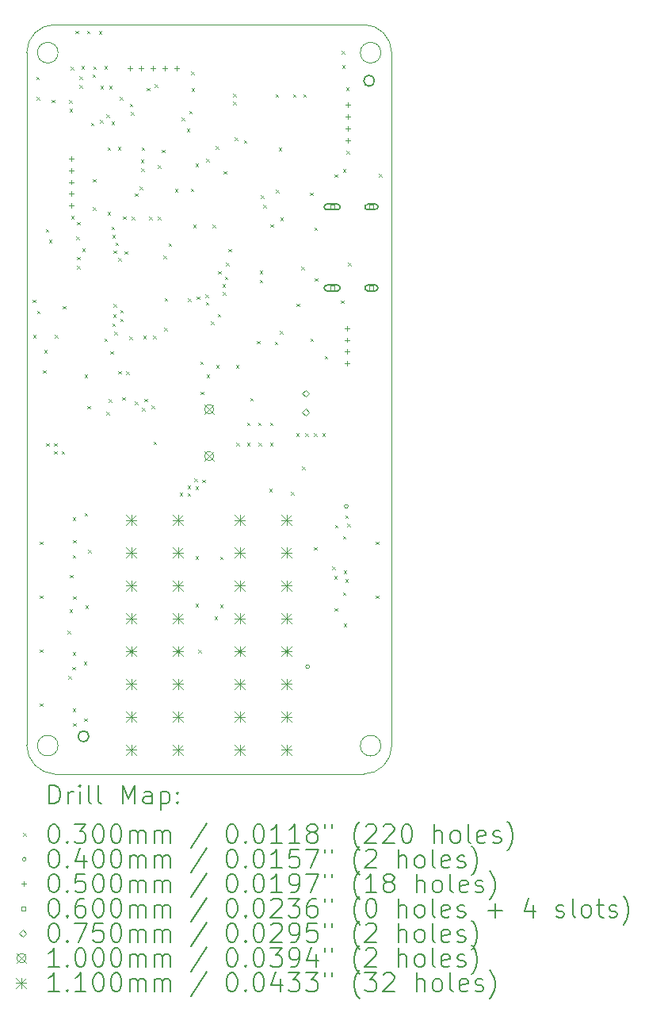
<source format=gbr>
%TF.GenerationSoftware,KiCad,Pcbnew,7.0.2-0*%
%TF.CreationDate,2023-11-23T12:17:39+01:00*%
%TF.ProjectId,Flight Computer,466c6967-6874-4204-936f-6d7075746572,1.1*%
%TF.SameCoordinates,Original*%
%TF.FileFunction,Drillmap*%
%TF.FilePolarity,Positive*%
%FSLAX45Y45*%
G04 Gerber Fmt 4.5, Leading zero omitted, Abs format (unit mm)*
G04 Created by KiCad (PCBNEW 7.0.2-0) date 2023-11-23 12:17:39*
%MOMM*%
%LPD*%
G01*
G04 APERTURE LIST*
%ADD10C,0.100000*%
%ADD11C,0.150000*%
%ADD12C,0.200000*%
%ADD13C,0.030000*%
%ADD14C,0.040000*%
%ADD15C,0.050000*%
%ADD16C,0.060000*%
%ADD17C,0.075000*%
%ADD18C,0.110000*%
G04 APERTURE END LIST*
D10*
X12300000Y-2153250D02*
G75*
G03*
X12000000Y-1853250I-300000J0D01*
G01*
X8735000Y-2153250D02*
G75*
G03*
X8735000Y-2153250I-110000J0D01*
G01*
X8700000Y-1853250D02*
G75*
G03*
X8400000Y-2153250I0J-300000D01*
G01*
D11*
X12116600Y-2453000D02*
G75*
G03*
X12116600Y-2453000I-57600J0D01*
G01*
D10*
X12000000Y-1853250D02*
X8700000Y-1853250D01*
X8735000Y-9550000D02*
G75*
G03*
X8735000Y-9550000I-110000J0D01*
G01*
X12185000Y-2153250D02*
G75*
G03*
X12185000Y-2153250I-110000J0D01*
G01*
X12000000Y-9853250D02*
G75*
G03*
X12300000Y-9553250I0J300000D01*
G01*
X8399765Y-9541118D02*
G75*
G03*
X8700000Y-9853250I312366J-2D01*
G01*
X12185000Y-9550000D02*
G75*
G03*
X12185000Y-9550000I-110000J0D01*
G01*
X8700000Y-9853250D02*
X12000000Y-9853250D01*
D11*
X9064600Y-9451000D02*
G75*
G03*
X9064600Y-9451000I-57600J0D01*
G01*
D10*
X12300000Y-9553250D02*
X12300000Y-2153250D01*
X8400000Y-2153250D02*
X8400000Y-9541118D01*
D12*
D13*
X8465000Y-4788250D02*
X8495000Y-4818250D01*
X8495000Y-4788250D02*
X8465000Y-4818250D01*
X8467000Y-5167000D02*
X8497000Y-5197000D01*
X8497000Y-5167000D02*
X8467000Y-5197000D01*
X8503000Y-2411000D02*
X8533000Y-2441000D01*
X8533000Y-2411000D02*
X8503000Y-2441000D01*
X8506000Y-2624000D02*
X8536000Y-2654000D01*
X8536000Y-2624000D02*
X8506000Y-2654000D01*
X8510000Y-4908250D02*
X8540000Y-4938250D01*
X8540000Y-4908250D02*
X8510000Y-4938250D01*
X8540000Y-7373000D02*
X8570000Y-7403000D01*
X8570000Y-7373000D02*
X8540000Y-7403000D01*
X8540000Y-7948000D02*
X8570000Y-7978000D01*
X8570000Y-7948000D02*
X8540000Y-7978000D01*
X8540000Y-8523000D02*
X8570000Y-8553000D01*
X8570000Y-8523000D02*
X8540000Y-8553000D01*
X8541000Y-9097000D02*
X8571000Y-9127000D01*
X8571000Y-9097000D02*
X8541000Y-9127000D01*
X8573000Y-5542000D02*
X8603000Y-5572000D01*
X8603000Y-5542000D02*
X8573000Y-5572000D01*
X8586000Y-5328000D02*
X8616000Y-5358000D01*
X8616000Y-5328000D02*
X8586000Y-5358000D01*
X8603000Y-4035000D02*
X8633000Y-4065000D01*
X8633000Y-4035000D02*
X8603000Y-4065000D01*
X8610000Y-6320000D02*
X8640000Y-6350000D01*
X8640000Y-6320000D02*
X8610000Y-6350000D01*
X8638000Y-4150250D02*
X8668000Y-4180250D01*
X8668000Y-4150250D02*
X8638000Y-4180250D01*
X8666000Y-2655000D02*
X8696000Y-2685000D01*
X8696000Y-2655000D02*
X8666000Y-2685000D01*
X8695000Y-6320000D02*
X8725000Y-6350000D01*
X8725000Y-6320000D02*
X8695000Y-6350000D01*
X8695000Y-6405000D02*
X8725000Y-6435000D01*
X8725000Y-6405000D02*
X8695000Y-6435000D01*
X8702000Y-5167000D02*
X8732000Y-5197000D01*
X8732000Y-5167000D02*
X8702000Y-5197000D01*
X8775000Y-6405000D02*
X8805000Y-6435000D01*
X8805000Y-6405000D02*
X8775000Y-6435000D01*
X8785000Y-4858250D02*
X8815000Y-4888250D01*
X8815000Y-4858250D02*
X8785000Y-4888250D01*
X8836000Y-8324000D02*
X8866000Y-8354000D01*
X8866000Y-8324000D02*
X8836000Y-8354000D01*
X8844000Y-8808000D02*
X8874000Y-8838000D01*
X8874000Y-8808000D02*
X8844000Y-8838000D01*
X8852000Y-2661000D02*
X8882000Y-2691000D01*
X8882000Y-2661000D02*
X8852000Y-2691000D01*
X8859000Y-8095000D02*
X8889000Y-8125000D01*
X8889000Y-8095000D02*
X8859000Y-8125000D01*
X8859500Y-2752500D02*
X8889500Y-2782500D01*
X8889500Y-2752500D02*
X8859500Y-2782500D01*
X8861000Y-7725000D02*
X8891000Y-7755000D01*
X8891000Y-7725000D02*
X8861000Y-7755000D01*
X8870994Y-2304657D02*
X8900994Y-2334657D01*
X8900994Y-2304657D02*
X8870994Y-2334657D01*
X8876000Y-3897000D02*
X8906000Y-3927000D01*
X8906000Y-3897000D02*
X8876000Y-3927000D01*
X8889000Y-8708000D02*
X8919000Y-8738000D01*
X8919000Y-8708000D02*
X8889000Y-8738000D01*
X8890000Y-7516000D02*
X8920000Y-7546000D01*
X8920000Y-7516000D02*
X8890000Y-7546000D01*
X8890000Y-8553000D02*
X8920000Y-8583000D01*
X8920000Y-8553000D02*
X8890000Y-8583000D01*
X8892000Y-7113000D02*
X8922000Y-7143000D01*
X8922000Y-7113000D02*
X8892000Y-7143000D01*
X8893000Y-9152000D02*
X8923000Y-9182000D01*
X8923000Y-9152000D02*
X8893000Y-9182000D01*
X8894000Y-9309000D02*
X8924000Y-9339000D01*
X8924000Y-9309000D02*
X8894000Y-9339000D01*
X8898000Y-7353000D02*
X8928000Y-7383000D01*
X8928000Y-7353000D02*
X8898000Y-7383000D01*
X8898000Y-7954000D02*
X8928000Y-7984000D01*
X8928000Y-7954000D02*
X8898000Y-7984000D01*
X8921000Y-1919000D02*
X8951000Y-1949000D01*
X8951000Y-1919000D02*
X8921000Y-1949000D01*
X8930000Y-4116000D02*
X8960000Y-4146000D01*
X8960000Y-4116000D02*
X8930000Y-4146000D01*
X8938000Y-3959750D02*
X8968000Y-3989750D01*
X8968000Y-3959750D02*
X8938000Y-3989750D01*
X8940000Y-4332000D02*
X8970000Y-4362000D01*
X8970000Y-4332000D02*
X8940000Y-4362000D01*
X8940000Y-4428750D02*
X8970000Y-4458750D01*
X8970000Y-4428750D02*
X8940000Y-4458750D01*
X8965000Y-2405000D02*
X8995000Y-2435000D01*
X8995000Y-2405000D02*
X8965000Y-2435000D01*
X8966000Y-2498000D02*
X8996000Y-2528000D01*
X8996000Y-2498000D02*
X8966000Y-2528000D01*
X8983000Y-2295000D02*
X9013000Y-2325000D01*
X9013000Y-2295000D02*
X8983000Y-2325000D01*
X8993000Y-4241000D02*
X9023000Y-4271000D01*
X9023000Y-4241000D02*
X8993000Y-4271000D01*
X9012000Y-8656000D02*
X9042000Y-8686000D01*
X9042000Y-8656000D02*
X9012000Y-8686000D01*
X9014000Y-9259000D02*
X9044000Y-9289000D01*
X9044000Y-9259000D02*
X9014000Y-9289000D01*
X9017000Y-7065000D02*
X9047000Y-7095000D01*
X9047000Y-7065000D02*
X9017000Y-7095000D01*
X9017500Y-5589500D02*
X9047500Y-5619500D01*
X9047500Y-5589500D02*
X9017500Y-5619500D01*
X9026000Y-8055000D02*
X9056000Y-8085000D01*
X9056000Y-8055000D02*
X9026000Y-8085000D01*
X9046000Y-1919000D02*
X9076000Y-1949000D01*
X9076000Y-1919000D02*
X9046000Y-1949000D01*
X9050000Y-5922000D02*
X9080000Y-5952000D01*
X9080000Y-5922000D02*
X9050000Y-5952000D01*
X9058000Y-7461000D02*
X9088000Y-7491000D01*
X9088000Y-7461000D02*
X9058000Y-7491000D01*
X9085000Y-2902000D02*
X9115000Y-2932000D01*
X9115000Y-2902000D02*
X9085000Y-2932000D01*
X9104950Y-2385000D02*
X9134950Y-2415000D01*
X9134950Y-2385000D02*
X9104950Y-2415000D01*
X9106000Y-3503000D02*
X9136000Y-3533000D01*
X9136000Y-3503000D02*
X9106000Y-3533000D01*
X9106000Y-3802000D02*
X9136000Y-3832000D01*
X9136000Y-3802000D02*
X9106000Y-3832000D01*
X9110000Y-2300000D02*
X9140000Y-2330000D01*
X9140000Y-2300000D02*
X9110000Y-2330000D01*
X9171000Y-1922000D02*
X9201000Y-1952000D01*
X9201000Y-1922000D02*
X9171000Y-1952000D01*
X9185354Y-2870412D02*
X9215354Y-2900412D01*
X9215354Y-2870412D02*
X9185354Y-2900412D01*
X9187000Y-2508950D02*
X9217000Y-2538950D01*
X9217000Y-2508950D02*
X9187000Y-2538950D01*
X9231000Y-2297000D02*
X9261000Y-2327000D01*
X9261000Y-2297000D02*
X9231000Y-2327000D01*
X9231841Y-5202933D02*
X9261841Y-5232933D01*
X9261841Y-5202933D02*
X9231841Y-5232933D01*
X9250776Y-2814282D02*
X9280776Y-2844282D01*
X9280776Y-2814282D02*
X9250776Y-2844282D01*
X9251787Y-5988787D02*
X9281787Y-6018787D01*
X9281787Y-5988787D02*
X9251787Y-6018787D01*
X9264000Y-3853000D02*
X9294000Y-3883000D01*
X9294000Y-3853000D02*
X9264000Y-3883000D01*
X9265498Y-3161502D02*
X9295498Y-3191502D01*
X9295498Y-3161502D02*
X9265498Y-3191502D01*
X9277500Y-5849500D02*
X9307500Y-5879500D01*
X9307500Y-5849500D02*
X9277500Y-5879500D01*
X9283000Y-2508950D02*
X9313000Y-2538950D01*
X9313000Y-2508950D02*
X9283000Y-2538950D01*
X9295795Y-5341205D02*
X9325795Y-5371205D01*
X9325795Y-5341205D02*
X9295795Y-5371205D01*
X9305000Y-2887000D02*
X9335000Y-2917000D01*
X9335000Y-2887000D02*
X9305000Y-2917000D01*
X9307000Y-4009000D02*
X9337000Y-4039000D01*
X9337000Y-4009000D02*
X9307000Y-4039000D01*
X9314471Y-5043250D02*
X9344471Y-5073250D01*
X9344471Y-5043250D02*
X9314471Y-5073250D01*
X9317000Y-4097000D02*
X9347000Y-4127000D01*
X9347000Y-4097000D02*
X9317000Y-4127000D01*
X9325000Y-4946000D02*
X9355000Y-4976000D01*
X9355000Y-4946000D02*
X9325000Y-4976000D01*
X9327000Y-4836000D02*
X9357000Y-4866000D01*
X9357000Y-4836000D02*
X9327000Y-4866000D01*
X9328000Y-4263000D02*
X9358000Y-4293000D01*
X9358000Y-4263000D02*
X9328000Y-4293000D01*
X9335032Y-5129968D02*
X9365032Y-5159968D01*
X9365032Y-5129968D02*
X9335032Y-5159968D01*
X9348000Y-4180000D02*
X9378000Y-4210000D01*
X9378000Y-4180000D02*
X9348000Y-4210000D01*
X9375000Y-3157000D02*
X9405000Y-3187000D01*
X9405000Y-3157000D02*
X9375000Y-3187000D01*
X9378000Y-4346000D02*
X9408000Y-4376000D01*
X9408000Y-4346000D02*
X9378000Y-4376000D01*
X9380000Y-5552000D02*
X9410000Y-5582000D01*
X9410000Y-5552000D02*
X9380000Y-5582000D01*
X9394594Y-2627050D02*
X9424594Y-2657050D01*
X9424594Y-2627050D02*
X9394594Y-2657050D01*
X9399920Y-4898559D02*
X9429920Y-4928559D01*
X9429920Y-4898559D02*
X9399920Y-4928559D01*
X9400079Y-4993303D02*
X9430079Y-5023303D01*
X9430079Y-4993303D02*
X9400079Y-5023303D01*
X9420000Y-5832000D02*
X9450000Y-5862000D01*
X9450000Y-5832000D02*
X9420000Y-5862000D01*
X9428708Y-3901738D02*
X9458708Y-3931738D01*
X9458708Y-3901738D02*
X9428708Y-3931738D01*
X9445387Y-4272613D02*
X9475387Y-4302613D01*
X9475387Y-4272613D02*
X9445387Y-4302613D01*
X9462673Y-5554327D02*
X9492673Y-5584327D01*
X9492673Y-5554327D02*
X9462673Y-5584327D01*
X9494897Y-5184860D02*
X9524897Y-5214860D01*
X9524897Y-5184860D02*
X9494897Y-5214860D01*
X9501000Y-2696000D02*
X9531000Y-2726000D01*
X9531000Y-2696000D02*
X9501000Y-2726000D01*
X9515000Y-2788250D02*
X9545000Y-2818250D01*
X9545000Y-2788250D02*
X9515000Y-2818250D01*
X9523000Y-3902000D02*
X9553000Y-3932000D01*
X9553000Y-3902000D02*
X9523000Y-3932000D01*
X9555000Y-3654000D02*
X9585000Y-3684000D01*
X9585000Y-3654000D02*
X9555000Y-3684000D01*
X9555183Y-5874795D02*
X9585183Y-5904795D01*
X9585183Y-5874795D02*
X9555183Y-5904795D01*
X9605000Y-3584750D02*
X9635000Y-3614750D01*
X9635000Y-3584750D02*
X9605000Y-3614750D01*
X9620000Y-3293200D02*
X9650000Y-3323200D01*
X9650000Y-3293200D02*
X9620000Y-3323200D01*
X9622000Y-3387000D02*
X9652000Y-3417000D01*
X9652000Y-3387000D02*
X9622000Y-3417000D01*
X9630000Y-3164450D02*
X9660000Y-3194450D01*
X9660000Y-3164450D02*
X9630000Y-3194450D01*
X9631940Y-5946743D02*
X9661940Y-5976743D01*
X9661940Y-5946743D02*
X9631940Y-5976743D01*
X9643969Y-5175900D02*
X9673969Y-5205900D01*
X9673969Y-5175900D02*
X9643969Y-5205900D01*
X9657500Y-5846500D02*
X9687500Y-5876500D01*
X9687500Y-5846500D02*
X9657500Y-5876500D01*
X9682000Y-2530000D02*
X9712000Y-2560000D01*
X9712000Y-2530000D02*
X9682000Y-2560000D01*
X9707550Y-3902000D02*
X9737550Y-3932000D01*
X9737550Y-3902000D02*
X9707550Y-3932000D01*
X9735500Y-5917500D02*
X9765500Y-5947500D01*
X9765500Y-5917500D02*
X9735500Y-5947500D01*
X9750824Y-5175800D02*
X9780824Y-5205800D01*
X9780824Y-5175800D02*
X9750824Y-5205800D01*
X9755000Y-6305000D02*
X9785000Y-6335000D01*
X9785000Y-6305000D02*
X9755000Y-6335000D01*
X9770250Y-2490000D02*
X9800250Y-2520000D01*
X9800250Y-2490000D02*
X9770250Y-2520000D01*
X9800000Y-3354245D02*
X9830000Y-3384245D01*
X9830000Y-3354245D02*
X9800000Y-3384245D01*
X9802395Y-3901950D02*
X9832395Y-3931950D01*
X9832395Y-3901950D02*
X9802395Y-3931950D01*
X9845450Y-3187000D02*
X9875450Y-3217000D01*
X9875450Y-3187000D02*
X9845450Y-3217000D01*
X9860000Y-4318250D02*
X9890000Y-4348250D01*
X9890000Y-4318250D02*
X9860000Y-4348250D01*
X9869000Y-5091000D02*
X9899000Y-5121000D01*
X9899000Y-5091000D02*
X9869000Y-5121000D01*
X9875000Y-4773250D02*
X9905000Y-4803250D01*
X9905000Y-4773250D02*
X9875000Y-4803250D01*
X9914967Y-4188966D02*
X9944967Y-4218967D01*
X9944967Y-4188966D02*
X9914967Y-4218967D01*
X9985000Y-3607000D02*
X10015000Y-3637000D01*
X10015000Y-3607000D02*
X9985000Y-3637000D01*
X10035000Y-6850000D02*
X10065000Y-6880000D01*
X10065000Y-6850000D02*
X10035000Y-6880000D01*
X10055000Y-2847000D02*
X10085000Y-2877000D01*
X10085000Y-2847000D02*
X10055000Y-2877000D01*
X10111621Y-2964574D02*
X10141621Y-2994574D01*
X10141621Y-2964574D02*
X10111621Y-2994574D01*
X10120000Y-6775000D02*
X10150000Y-6805000D01*
X10150000Y-6775000D02*
X10120000Y-6805000D01*
X10120000Y-6855000D02*
X10150000Y-6885000D01*
X10150000Y-6855000D02*
X10120000Y-6885000D01*
X10123000Y-4775000D02*
X10153000Y-4805000D01*
X10153000Y-4775000D02*
X10123000Y-4805000D01*
X10136000Y-2772000D02*
X10166000Y-2802000D01*
X10166000Y-2772000D02*
X10136000Y-2802000D01*
X10152450Y-3605100D02*
X10182450Y-3635100D01*
X10182450Y-3605100D02*
X10152450Y-3635100D01*
X10157000Y-2356000D02*
X10187000Y-2386000D01*
X10187000Y-2356000D02*
X10157000Y-2386000D01*
X10160000Y-2532000D02*
X10190000Y-2562000D01*
X10190000Y-2532000D02*
X10160000Y-2562000D01*
X10179729Y-3989507D02*
X10209729Y-4019507D01*
X10209729Y-3989507D02*
X10179729Y-4019507D01*
X10190000Y-6700000D02*
X10220000Y-6730000D01*
X10220000Y-6700000D02*
X10190000Y-6730000D01*
X10205000Y-3337000D02*
X10235000Y-3367000D01*
X10235000Y-3337000D02*
X10205000Y-3367000D01*
X10205000Y-6785000D02*
X10235000Y-6815000D01*
X10235000Y-6785000D02*
X10205000Y-6815000D01*
X10205000Y-7527000D02*
X10235000Y-7557000D01*
X10235000Y-7527000D02*
X10205000Y-7557000D01*
X10205000Y-8035000D02*
X10235000Y-8065000D01*
X10235000Y-8035000D02*
X10205000Y-8065000D01*
X10217000Y-4756000D02*
X10247000Y-4786000D01*
X10247000Y-4756000D02*
X10217000Y-4786000D01*
X10235000Y-8525000D02*
X10265000Y-8555000D01*
X10265000Y-8525000D02*
X10235000Y-8555000D01*
X10255000Y-5449000D02*
X10285000Y-5479000D01*
X10285000Y-5449000D02*
X10255000Y-5479000D01*
X10259000Y-5770000D02*
X10289000Y-5800000D01*
X10289000Y-5770000D02*
X10259000Y-5800000D01*
X10275000Y-6710000D02*
X10305000Y-6740000D01*
X10305000Y-6710000D02*
X10275000Y-6740000D01*
X10308000Y-4736000D02*
X10338000Y-4766000D01*
X10338000Y-4736000D02*
X10308000Y-4766000D01*
X10313000Y-4816000D02*
X10343000Y-4846000D01*
X10343000Y-4816000D02*
X10313000Y-4846000D01*
X10320000Y-3285800D02*
X10350000Y-3315800D01*
X10350000Y-3285800D02*
X10320000Y-3315800D01*
X10324000Y-5587000D02*
X10354000Y-5617000D01*
X10354000Y-5587000D02*
X10324000Y-5617000D01*
X10369000Y-5024000D02*
X10399000Y-5054000D01*
X10399000Y-5024000D02*
X10369000Y-5054000D01*
X10385000Y-3990000D02*
X10415000Y-4020000D01*
X10415000Y-3990000D02*
X10385000Y-4020000D01*
X10408000Y-8172000D02*
X10438000Y-8202000D01*
X10438000Y-8172000D02*
X10408000Y-8202000D01*
X10421050Y-3149000D02*
X10451050Y-3179000D01*
X10451050Y-3149000D02*
X10421050Y-3179000D01*
X10425042Y-5487000D02*
X10455042Y-5517000D01*
X10455042Y-5487000D02*
X10425042Y-5517000D01*
X10440000Y-4943000D02*
X10470000Y-4973000D01*
X10470000Y-4943000D02*
X10440000Y-4973000D01*
X10446000Y-4483000D02*
X10476000Y-4513000D01*
X10476000Y-4483000D02*
X10446000Y-4513000D01*
X10465000Y-7532000D02*
X10495000Y-7562000D01*
X10495000Y-7532000D02*
X10465000Y-7562000D01*
X10465000Y-8045000D02*
X10495000Y-8075000D01*
X10495000Y-8045000D02*
X10465000Y-8075000D01*
X10491000Y-4622000D02*
X10521000Y-4652000D01*
X10521000Y-4622000D02*
X10491000Y-4652000D01*
X10497000Y-4708000D02*
X10527000Y-4738000D01*
X10527000Y-4708000D02*
X10497000Y-4738000D01*
X10505000Y-3417000D02*
X10535000Y-3447000D01*
X10535000Y-3417000D02*
X10505000Y-3447000D01*
X10516000Y-4544000D02*
X10546000Y-4574000D01*
X10546000Y-4544000D02*
X10516000Y-4574000D01*
X10528700Y-4395550D02*
X10558700Y-4425550D01*
X10558700Y-4395550D02*
X10528700Y-4425550D01*
X10556000Y-4246250D02*
X10586000Y-4276250D01*
X10586000Y-4246250D02*
X10556000Y-4276250D01*
X10605000Y-2676000D02*
X10635000Y-2706000D01*
X10635000Y-2676000D02*
X10605000Y-2706000D01*
X10607842Y-2589842D02*
X10637842Y-2619842D01*
X10637842Y-2589842D02*
X10607842Y-2619842D01*
X10622000Y-3057000D02*
X10652000Y-3087000D01*
X10652000Y-3057000D02*
X10622000Y-3087000D01*
X10636250Y-5487000D02*
X10666250Y-5517000D01*
X10666250Y-5487000D02*
X10636250Y-5517000D01*
X10641000Y-6318000D02*
X10671000Y-6348000D01*
X10671000Y-6318000D02*
X10641000Y-6348000D01*
X10721000Y-3087000D02*
X10751000Y-3117000D01*
X10751000Y-3087000D02*
X10721000Y-3117000D01*
X10754000Y-6101000D02*
X10784000Y-6131000D01*
X10784000Y-6101000D02*
X10754000Y-6131000D01*
X10756000Y-6318000D02*
X10786000Y-6348000D01*
X10786000Y-6318000D02*
X10756000Y-6348000D01*
X10790000Y-5840000D02*
X10820000Y-5870000D01*
X10820000Y-5840000D02*
X10790000Y-5870000D01*
X10861000Y-5228250D02*
X10891000Y-5258250D01*
X10891000Y-5228250D02*
X10861000Y-5258250D01*
X10874000Y-6101000D02*
X10904000Y-6131000D01*
X10904000Y-6101000D02*
X10874000Y-6131000D01*
X10876000Y-6318000D02*
X10906000Y-6348000D01*
X10906000Y-6318000D02*
X10876000Y-6348000D01*
X10890000Y-4480000D02*
X10920000Y-4510000D01*
X10920000Y-4480000D02*
X10890000Y-4510000D01*
X10891000Y-4577000D02*
X10921000Y-4607000D01*
X10921000Y-4577000D02*
X10891000Y-4607000D01*
X10903000Y-3677000D02*
X10933000Y-3707000D01*
X10933000Y-3677000D02*
X10903000Y-3707000D01*
X10927000Y-3777000D02*
X10957000Y-3807000D01*
X10957000Y-3777000D02*
X10927000Y-3807000D01*
X10990000Y-6810000D02*
X11020000Y-6840000D01*
X11020000Y-6810000D02*
X10990000Y-6840000D01*
X10999000Y-6101000D02*
X11029000Y-6131000D01*
X11029000Y-6101000D02*
X10999000Y-6131000D01*
X11001000Y-6318000D02*
X11031000Y-6348000D01*
X11031000Y-6318000D02*
X11001000Y-6348000D01*
X11006000Y-3984000D02*
X11036000Y-4014000D01*
X11036000Y-3984000D02*
X11006000Y-4014000D01*
X11052500Y-5237500D02*
X11082500Y-5267500D01*
X11082500Y-5237500D02*
X11052500Y-5267500D01*
X11060000Y-2595000D02*
X11090000Y-2625000D01*
X11090000Y-2595000D02*
X11060000Y-2625000D01*
X11063000Y-3617000D02*
X11093000Y-3647000D01*
X11093000Y-3617000D02*
X11063000Y-3647000D01*
X11092000Y-3169250D02*
X11122000Y-3199250D01*
X11122000Y-3169250D02*
X11092000Y-3199250D01*
X11104887Y-5122887D02*
X11134887Y-5152887D01*
X11134887Y-5122887D02*
X11104887Y-5152887D01*
X11110000Y-3912000D02*
X11140000Y-3942000D01*
X11140000Y-3912000D02*
X11110000Y-3942000D01*
X11225000Y-6841000D02*
X11255000Y-6871000D01*
X11255000Y-6841000D02*
X11225000Y-6871000D01*
X11245000Y-2597000D02*
X11275000Y-2627000D01*
X11275000Y-2597000D02*
X11245000Y-2627000D01*
X11280000Y-6215000D02*
X11310000Y-6245000D01*
X11310000Y-6215000D02*
X11280000Y-6245000D01*
X11284000Y-4830000D02*
X11314000Y-4860000D01*
X11314000Y-4830000D02*
X11284000Y-4860000D01*
X11336538Y-4437462D02*
X11366538Y-4467462D01*
X11366538Y-4437462D02*
X11336538Y-4467462D01*
X11345000Y-6570000D02*
X11375000Y-6600000D01*
X11375000Y-6570000D02*
X11345000Y-6600000D01*
X11354000Y-2597000D02*
X11384000Y-2627000D01*
X11384000Y-2597000D02*
X11354000Y-2627000D01*
X11375000Y-6215000D02*
X11405000Y-6245000D01*
X11405000Y-6215000D02*
X11375000Y-6245000D01*
X11428000Y-3647000D02*
X11458000Y-3677000D01*
X11458000Y-3647000D02*
X11428000Y-3677000D01*
X11431000Y-5205000D02*
X11461000Y-5235000D01*
X11461000Y-5205000D02*
X11431000Y-5235000D01*
X11468000Y-7430000D02*
X11498000Y-7460000D01*
X11498000Y-7430000D02*
X11468000Y-7460000D01*
X11470000Y-6215000D02*
X11500000Y-6245000D01*
X11500000Y-6215000D02*
X11470000Y-6245000D01*
X11473060Y-4016762D02*
X11503060Y-4046762D01*
X11503060Y-4016762D02*
X11473060Y-4046762D01*
X11480000Y-4562000D02*
X11510000Y-4592000D01*
X11510000Y-4562000D02*
X11480000Y-4592000D01*
X11560000Y-6215000D02*
X11590000Y-6245000D01*
X11590000Y-6215000D02*
X11560000Y-6245000D01*
X11585000Y-5391000D02*
X11615000Y-5421000D01*
X11615000Y-5391000D02*
X11585000Y-5421000D01*
X11666000Y-7640000D02*
X11696000Y-7670000D01*
X11696000Y-7640000D02*
X11666000Y-7670000D01*
X11687000Y-7739000D02*
X11717000Y-7769000D01*
X11717000Y-7739000D02*
X11687000Y-7769000D01*
X11690500Y-3452000D02*
X11720500Y-3482000D01*
X11720500Y-3452000D02*
X11690500Y-3482000D01*
X11691000Y-8083000D02*
X11721000Y-8113000D01*
X11721000Y-8083000D02*
X11691000Y-8113000D01*
X11695000Y-7192000D02*
X11725000Y-7222000D01*
X11725000Y-7192000D02*
X11695000Y-7222000D01*
X11757000Y-4799000D02*
X11787000Y-4829000D01*
X11787000Y-4799000D02*
X11757000Y-4829000D01*
X11768000Y-2133000D02*
X11798000Y-2163000D01*
X11798000Y-2133000D02*
X11768000Y-2163000D01*
X11772000Y-2289000D02*
X11802000Y-2319000D01*
X11802000Y-2289000D02*
X11772000Y-2319000D01*
X11777000Y-7313000D02*
X11807000Y-7343000D01*
X11807000Y-7313000D02*
X11777000Y-7343000D01*
X11777000Y-7915000D02*
X11807000Y-7945000D01*
X11807000Y-7915000D02*
X11777000Y-7945000D01*
X11780050Y-3398250D02*
X11810050Y-3428250D01*
X11810050Y-3398250D02*
X11780050Y-3428250D01*
X11788000Y-8249000D02*
X11818000Y-8279000D01*
X11818000Y-8249000D02*
X11788000Y-8279000D01*
X11789000Y-7681000D02*
X11819000Y-7711000D01*
X11819000Y-7681000D02*
X11789000Y-7711000D01*
X11805000Y-7090000D02*
X11835000Y-7120000D01*
X11835000Y-7090000D02*
X11805000Y-7120000D01*
X11805000Y-7775000D02*
X11835000Y-7805000D01*
X11835000Y-7775000D02*
X11805000Y-7805000D01*
X11813000Y-2522000D02*
X11843000Y-2552000D01*
X11843000Y-2522000D02*
X11813000Y-2552000D01*
X11815000Y-3201000D02*
X11845000Y-3231000D01*
X11845000Y-3201000D02*
X11815000Y-3231000D01*
X11826000Y-7180000D02*
X11856000Y-7210000D01*
X11856000Y-7180000D02*
X11826000Y-7210000D01*
X11835000Y-4394000D02*
X11865000Y-4424000D01*
X11865000Y-4394000D02*
X11835000Y-4424000D01*
X12130000Y-7372000D02*
X12160000Y-7402000D01*
X12160000Y-7372000D02*
X12130000Y-7402000D01*
X12130000Y-7948000D02*
X12160000Y-7978000D01*
X12160000Y-7948000D02*
X12130000Y-7978000D01*
X12165500Y-3447000D02*
X12195500Y-3477000D01*
X12195500Y-3447000D02*
X12165500Y-3477000D01*
D14*
X11422000Y-8708000D02*
G75*
G03*
X11422000Y-8708000I-20000J0D01*
G01*
X11835000Y-6995000D02*
G75*
G03*
X11835000Y-6995000I-20000J0D01*
G01*
D15*
X8876000Y-3259000D02*
X8876000Y-3309000D01*
X8851000Y-3284000D02*
X8901000Y-3284000D01*
X8876000Y-3384000D02*
X8876000Y-3434000D01*
X8851000Y-3409000D02*
X8901000Y-3409000D01*
X8876000Y-3509000D02*
X8876000Y-3559000D01*
X8851000Y-3534000D02*
X8901000Y-3534000D01*
X8876000Y-3634000D02*
X8876000Y-3684000D01*
X8851000Y-3659000D02*
X8901000Y-3659000D01*
X8876000Y-3759000D02*
X8876000Y-3809000D01*
X8851000Y-3784000D02*
X8901000Y-3784000D01*
X9500000Y-2295000D02*
X9500000Y-2345000D01*
X9475000Y-2320000D02*
X9525000Y-2320000D01*
X9625000Y-2295000D02*
X9625000Y-2345000D01*
X9600000Y-2320000D02*
X9650000Y-2320000D01*
X9750000Y-2295000D02*
X9750000Y-2345000D01*
X9725000Y-2320000D02*
X9775000Y-2320000D01*
X9875000Y-2295000D02*
X9875000Y-2345000D01*
X9850000Y-2320000D02*
X9900000Y-2320000D01*
X10000000Y-2295000D02*
X10000000Y-2345000D01*
X9975000Y-2320000D02*
X10025000Y-2320000D01*
X11827000Y-5069000D02*
X11827000Y-5119000D01*
X11802000Y-5094000D02*
X11852000Y-5094000D01*
X11827000Y-5194000D02*
X11827000Y-5244000D01*
X11802000Y-5219000D02*
X11852000Y-5219000D01*
X11827000Y-5319000D02*
X11827000Y-5369000D01*
X11802000Y-5344000D02*
X11852000Y-5344000D01*
X11827000Y-5444000D02*
X11827000Y-5494000D01*
X11802000Y-5469000D02*
X11852000Y-5469000D01*
X11830000Y-2685750D02*
X11830000Y-2735750D01*
X11805000Y-2710750D02*
X11855000Y-2710750D01*
X11830000Y-2810750D02*
X11830000Y-2860750D01*
X11805000Y-2835750D02*
X11855000Y-2835750D01*
X11830000Y-2935750D02*
X11830000Y-2985750D01*
X11805000Y-2960750D02*
X11855000Y-2960750D01*
X11830000Y-3060750D02*
X11830000Y-3110750D01*
X11805000Y-3085750D02*
X11855000Y-3085750D01*
D16*
X11685213Y-3821463D02*
X11685213Y-3779037D01*
X11642787Y-3779037D01*
X11642787Y-3821463D01*
X11685213Y-3821463D01*
D12*
X11609000Y-3830250D02*
X11719000Y-3830250D01*
X11719000Y-3830250D02*
G75*
G03*
X11719000Y-3770250I0J30000D01*
G01*
X11719000Y-3770250D02*
X11609000Y-3770250D01*
X11609000Y-3770250D02*
G75*
G03*
X11609000Y-3830250I0J-30000D01*
G01*
D16*
X11685213Y-4685463D02*
X11685213Y-4643037D01*
X11642787Y-4643037D01*
X11642787Y-4685463D01*
X11685213Y-4685463D01*
D12*
X11609000Y-4694250D02*
X11719000Y-4694250D01*
X11719000Y-4694250D02*
G75*
G03*
X11719000Y-4634250I0J30000D01*
G01*
X11719000Y-4634250D02*
X11609000Y-4634250D01*
X11609000Y-4634250D02*
G75*
G03*
X11609000Y-4694250I0J-30000D01*
G01*
D16*
X12105213Y-3821463D02*
X12105213Y-3779037D01*
X12062787Y-3779037D01*
X12062787Y-3821463D01*
X12105213Y-3821463D01*
D12*
X12044000Y-3830250D02*
X12124000Y-3830250D01*
X12124000Y-3830250D02*
G75*
G03*
X12124000Y-3770250I0J30000D01*
G01*
X12124000Y-3770250D02*
X12044000Y-3770250D01*
X12044000Y-3770250D02*
G75*
G03*
X12044000Y-3830250I0J-30000D01*
G01*
D16*
X12105213Y-4685463D02*
X12105213Y-4643037D01*
X12062787Y-4643037D01*
X12062787Y-4685463D01*
X12105213Y-4685463D01*
D12*
X12044000Y-4694250D02*
X12124000Y-4694250D01*
X12124000Y-4694250D02*
G75*
G03*
X12124000Y-4634250I0J30000D01*
G01*
X12124000Y-4634250D02*
X12044000Y-4634250D01*
X12044000Y-4634250D02*
G75*
G03*
X12044000Y-4694250I0J-30000D01*
G01*
D17*
X11380000Y-5827500D02*
X11417500Y-5790000D01*
X11380000Y-5752500D01*
X11342500Y-5790000D01*
X11380000Y-5827500D01*
X11380000Y-6027500D02*
X11417500Y-5990000D01*
X11380000Y-5952500D01*
X11342500Y-5990000D01*
X11380000Y-6027500D01*
D10*
X10300000Y-5909000D02*
X10400000Y-6009000D01*
X10400000Y-5909000D02*
X10300000Y-6009000D01*
X10400000Y-5959000D02*
G75*
G03*
X10400000Y-5959000I-50000J0D01*
G01*
X10300000Y-6409000D02*
X10400000Y-6509000D01*
X10400000Y-6409000D02*
X10300000Y-6509000D01*
X10400000Y-6459000D02*
G75*
G03*
X10400000Y-6459000I-50000J0D01*
G01*
D18*
X9465000Y-7087000D02*
X9575000Y-7197000D01*
X9575000Y-7087000D02*
X9465000Y-7197000D01*
X9520000Y-7087000D02*
X9520000Y-7197000D01*
X9465000Y-7142000D02*
X9575000Y-7142000D01*
X9465000Y-7437000D02*
X9575000Y-7547000D01*
X9575000Y-7437000D02*
X9465000Y-7547000D01*
X9520000Y-7437000D02*
X9520000Y-7547000D01*
X9465000Y-7492000D02*
X9575000Y-7492000D01*
X9465000Y-7787000D02*
X9575000Y-7897000D01*
X9575000Y-7787000D02*
X9465000Y-7897000D01*
X9520000Y-7787000D02*
X9520000Y-7897000D01*
X9465000Y-7842000D02*
X9575000Y-7842000D01*
X9465000Y-8137000D02*
X9575000Y-8247000D01*
X9575000Y-8137000D02*
X9465000Y-8247000D01*
X9520000Y-8137000D02*
X9520000Y-8247000D01*
X9465000Y-8192000D02*
X9575000Y-8192000D01*
X9465000Y-8487000D02*
X9575000Y-8597000D01*
X9575000Y-8487000D02*
X9465000Y-8597000D01*
X9520000Y-8487000D02*
X9520000Y-8597000D01*
X9465000Y-8542000D02*
X9575000Y-8542000D01*
X9465000Y-8837000D02*
X9575000Y-8947000D01*
X9575000Y-8837000D02*
X9465000Y-8947000D01*
X9520000Y-8837000D02*
X9520000Y-8947000D01*
X9465000Y-8892000D02*
X9575000Y-8892000D01*
X9465000Y-9187000D02*
X9575000Y-9297000D01*
X9575000Y-9187000D02*
X9465000Y-9297000D01*
X9520000Y-9187000D02*
X9520000Y-9297000D01*
X9465000Y-9242000D02*
X9575000Y-9242000D01*
X9465000Y-9537000D02*
X9575000Y-9647000D01*
X9575000Y-9537000D02*
X9465000Y-9647000D01*
X9520000Y-9537000D02*
X9520000Y-9647000D01*
X9465000Y-9592000D02*
X9575000Y-9592000D01*
X9965000Y-7087000D02*
X10075000Y-7197000D01*
X10075000Y-7087000D02*
X9965000Y-7197000D01*
X10020000Y-7087000D02*
X10020000Y-7197000D01*
X9965000Y-7142000D02*
X10075000Y-7142000D01*
X9965000Y-7437000D02*
X10075000Y-7547000D01*
X10075000Y-7437000D02*
X9965000Y-7547000D01*
X10020000Y-7437000D02*
X10020000Y-7547000D01*
X9965000Y-7492000D02*
X10075000Y-7492000D01*
X9965000Y-7787000D02*
X10075000Y-7897000D01*
X10075000Y-7787000D02*
X9965000Y-7897000D01*
X10020000Y-7787000D02*
X10020000Y-7897000D01*
X9965000Y-7842000D02*
X10075000Y-7842000D01*
X9965000Y-8137000D02*
X10075000Y-8247000D01*
X10075000Y-8137000D02*
X9965000Y-8247000D01*
X10020000Y-8137000D02*
X10020000Y-8247000D01*
X9965000Y-8192000D02*
X10075000Y-8192000D01*
X9965000Y-8487000D02*
X10075000Y-8597000D01*
X10075000Y-8487000D02*
X9965000Y-8597000D01*
X10020000Y-8487000D02*
X10020000Y-8597000D01*
X9965000Y-8542000D02*
X10075000Y-8542000D01*
X9965000Y-8837000D02*
X10075000Y-8947000D01*
X10075000Y-8837000D02*
X9965000Y-8947000D01*
X10020000Y-8837000D02*
X10020000Y-8947000D01*
X9965000Y-8892000D02*
X10075000Y-8892000D01*
X9965000Y-9187000D02*
X10075000Y-9297000D01*
X10075000Y-9187000D02*
X9965000Y-9297000D01*
X10020000Y-9187000D02*
X10020000Y-9297000D01*
X9965000Y-9242000D02*
X10075000Y-9242000D01*
X9965000Y-9537000D02*
X10075000Y-9647000D01*
X10075000Y-9537000D02*
X9965000Y-9647000D01*
X10020000Y-9537000D02*
X10020000Y-9647000D01*
X9965000Y-9592000D02*
X10075000Y-9592000D01*
X10624000Y-7087000D02*
X10734000Y-7197000D01*
X10734000Y-7087000D02*
X10624000Y-7197000D01*
X10679000Y-7087000D02*
X10679000Y-7197000D01*
X10624000Y-7142000D02*
X10734000Y-7142000D01*
X10624000Y-7437000D02*
X10734000Y-7547000D01*
X10734000Y-7437000D02*
X10624000Y-7547000D01*
X10679000Y-7437000D02*
X10679000Y-7547000D01*
X10624000Y-7492000D02*
X10734000Y-7492000D01*
X10624000Y-7787000D02*
X10734000Y-7897000D01*
X10734000Y-7787000D02*
X10624000Y-7897000D01*
X10679000Y-7787000D02*
X10679000Y-7897000D01*
X10624000Y-7842000D02*
X10734000Y-7842000D01*
X10624000Y-8137000D02*
X10734000Y-8247000D01*
X10734000Y-8137000D02*
X10624000Y-8247000D01*
X10679000Y-8137000D02*
X10679000Y-8247000D01*
X10624000Y-8192000D02*
X10734000Y-8192000D01*
X10624000Y-8487000D02*
X10734000Y-8597000D01*
X10734000Y-8487000D02*
X10624000Y-8597000D01*
X10679000Y-8487000D02*
X10679000Y-8597000D01*
X10624000Y-8542000D02*
X10734000Y-8542000D01*
X10624000Y-8837000D02*
X10734000Y-8947000D01*
X10734000Y-8837000D02*
X10624000Y-8947000D01*
X10679000Y-8837000D02*
X10679000Y-8947000D01*
X10624000Y-8892000D02*
X10734000Y-8892000D01*
X10624000Y-9187000D02*
X10734000Y-9297000D01*
X10734000Y-9187000D02*
X10624000Y-9297000D01*
X10679000Y-9187000D02*
X10679000Y-9297000D01*
X10624000Y-9242000D02*
X10734000Y-9242000D01*
X10624000Y-9537000D02*
X10734000Y-9647000D01*
X10734000Y-9537000D02*
X10624000Y-9647000D01*
X10679000Y-9537000D02*
X10679000Y-9647000D01*
X10624000Y-9592000D02*
X10734000Y-9592000D01*
X11124000Y-7087000D02*
X11234000Y-7197000D01*
X11234000Y-7087000D02*
X11124000Y-7197000D01*
X11179000Y-7087000D02*
X11179000Y-7197000D01*
X11124000Y-7142000D02*
X11234000Y-7142000D01*
X11124000Y-7437000D02*
X11234000Y-7547000D01*
X11234000Y-7437000D02*
X11124000Y-7547000D01*
X11179000Y-7437000D02*
X11179000Y-7547000D01*
X11124000Y-7492000D02*
X11234000Y-7492000D01*
X11124000Y-7787000D02*
X11234000Y-7897000D01*
X11234000Y-7787000D02*
X11124000Y-7897000D01*
X11179000Y-7787000D02*
X11179000Y-7897000D01*
X11124000Y-7842000D02*
X11234000Y-7842000D01*
X11124000Y-8137000D02*
X11234000Y-8247000D01*
X11234000Y-8137000D02*
X11124000Y-8247000D01*
X11179000Y-8137000D02*
X11179000Y-8247000D01*
X11124000Y-8192000D02*
X11234000Y-8192000D01*
X11124000Y-8487000D02*
X11234000Y-8597000D01*
X11234000Y-8487000D02*
X11124000Y-8597000D01*
X11179000Y-8487000D02*
X11179000Y-8597000D01*
X11124000Y-8542000D02*
X11234000Y-8542000D01*
X11124000Y-8837000D02*
X11234000Y-8947000D01*
X11234000Y-8837000D02*
X11124000Y-8947000D01*
X11179000Y-8837000D02*
X11179000Y-8947000D01*
X11124000Y-8892000D02*
X11234000Y-8892000D01*
X11124000Y-9187000D02*
X11234000Y-9297000D01*
X11234000Y-9187000D02*
X11124000Y-9297000D01*
X11179000Y-9187000D02*
X11179000Y-9297000D01*
X11124000Y-9242000D02*
X11234000Y-9242000D01*
X11124000Y-9537000D02*
X11234000Y-9647000D01*
X11234000Y-9537000D02*
X11124000Y-9647000D01*
X11179000Y-9537000D02*
X11179000Y-9647000D01*
X11124000Y-9592000D02*
X11234000Y-9592000D01*
D12*
X8642383Y-10170774D02*
X8642383Y-9970774D01*
X8642383Y-9970774D02*
X8690002Y-9970774D01*
X8690002Y-9970774D02*
X8718574Y-9980298D01*
X8718574Y-9980298D02*
X8737622Y-9999345D01*
X8737622Y-9999345D02*
X8747145Y-10018393D01*
X8747145Y-10018393D02*
X8756669Y-10056488D01*
X8756669Y-10056488D02*
X8756669Y-10085060D01*
X8756669Y-10085060D02*
X8747145Y-10123155D01*
X8747145Y-10123155D02*
X8737622Y-10142202D01*
X8737622Y-10142202D02*
X8718574Y-10161250D01*
X8718574Y-10161250D02*
X8690002Y-10170774D01*
X8690002Y-10170774D02*
X8642383Y-10170774D01*
X8842383Y-10170774D02*
X8842383Y-10037440D01*
X8842383Y-10075536D02*
X8851907Y-10056488D01*
X8851907Y-10056488D02*
X8861431Y-10046964D01*
X8861431Y-10046964D02*
X8880479Y-10037440D01*
X8880479Y-10037440D02*
X8899526Y-10037440D01*
X8966193Y-10170774D02*
X8966193Y-10037440D01*
X8966193Y-9970774D02*
X8956669Y-9980298D01*
X8956669Y-9980298D02*
X8966193Y-9989821D01*
X8966193Y-9989821D02*
X8975717Y-9980298D01*
X8975717Y-9980298D02*
X8966193Y-9970774D01*
X8966193Y-9970774D02*
X8966193Y-9989821D01*
X9090002Y-10170774D02*
X9070955Y-10161250D01*
X9070955Y-10161250D02*
X9061431Y-10142202D01*
X9061431Y-10142202D02*
X9061431Y-9970774D01*
X9194764Y-10170774D02*
X9175717Y-10161250D01*
X9175717Y-10161250D02*
X9166193Y-10142202D01*
X9166193Y-10142202D02*
X9166193Y-9970774D01*
X9423336Y-10170774D02*
X9423336Y-9970774D01*
X9423336Y-9970774D02*
X9490003Y-10113631D01*
X9490003Y-10113631D02*
X9556669Y-9970774D01*
X9556669Y-9970774D02*
X9556669Y-10170774D01*
X9737622Y-10170774D02*
X9737622Y-10066012D01*
X9737622Y-10066012D02*
X9728098Y-10046964D01*
X9728098Y-10046964D02*
X9709050Y-10037440D01*
X9709050Y-10037440D02*
X9670955Y-10037440D01*
X9670955Y-10037440D02*
X9651907Y-10046964D01*
X9737622Y-10161250D02*
X9718574Y-10170774D01*
X9718574Y-10170774D02*
X9670955Y-10170774D01*
X9670955Y-10170774D02*
X9651907Y-10161250D01*
X9651907Y-10161250D02*
X9642383Y-10142202D01*
X9642383Y-10142202D02*
X9642383Y-10123155D01*
X9642383Y-10123155D02*
X9651907Y-10104107D01*
X9651907Y-10104107D02*
X9670955Y-10094583D01*
X9670955Y-10094583D02*
X9718574Y-10094583D01*
X9718574Y-10094583D02*
X9737622Y-10085060D01*
X9832860Y-10037440D02*
X9832860Y-10237440D01*
X9832860Y-10046964D02*
X9851907Y-10037440D01*
X9851907Y-10037440D02*
X9890003Y-10037440D01*
X9890003Y-10037440D02*
X9909050Y-10046964D01*
X9909050Y-10046964D02*
X9918574Y-10056488D01*
X9918574Y-10056488D02*
X9928098Y-10075536D01*
X9928098Y-10075536D02*
X9928098Y-10132679D01*
X9928098Y-10132679D02*
X9918574Y-10151726D01*
X9918574Y-10151726D02*
X9909050Y-10161250D01*
X9909050Y-10161250D02*
X9890003Y-10170774D01*
X9890003Y-10170774D02*
X9851907Y-10170774D01*
X9851907Y-10170774D02*
X9832860Y-10161250D01*
X10013812Y-10151726D02*
X10023336Y-10161250D01*
X10023336Y-10161250D02*
X10013812Y-10170774D01*
X10013812Y-10170774D02*
X10004288Y-10161250D01*
X10004288Y-10161250D02*
X10013812Y-10151726D01*
X10013812Y-10151726D02*
X10013812Y-10170774D01*
X10013812Y-10046964D02*
X10023336Y-10056488D01*
X10023336Y-10056488D02*
X10013812Y-10066012D01*
X10013812Y-10066012D02*
X10004288Y-10056488D01*
X10004288Y-10056488D02*
X10013812Y-10046964D01*
X10013812Y-10046964D02*
X10013812Y-10066012D01*
D13*
X8364764Y-10483250D02*
X8394764Y-10513250D01*
X8394764Y-10483250D02*
X8364764Y-10513250D01*
D12*
X8680479Y-10390774D02*
X8699526Y-10390774D01*
X8699526Y-10390774D02*
X8718574Y-10400298D01*
X8718574Y-10400298D02*
X8728098Y-10409821D01*
X8728098Y-10409821D02*
X8737622Y-10428869D01*
X8737622Y-10428869D02*
X8747145Y-10466964D01*
X8747145Y-10466964D02*
X8747145Y-10514583D01*
X8747145Y-10514583D02*
X8737622Y-10552679D01*
X8737622Y-10552679D02*
X8728098Y-10571726D01*
X8728098Y-10571726D02*
X8718574Y-10581250D01*
X8718574Y-10581250D02*
X8699526Y-10590774D01*
X8699526Y-10590774D02*
X8680479Y-10590774D01*
X8680479Y-10590774D02*
X8661431Y-10581250D01*
X8661431Y-10581250D02*
X8651907Y-10571726D01*
X8651907Y-10571726D02*
X8642383Y-10552679D01*
X8642383Y-10552679D02*
X8632860Y-10514583D01*
X8632860Y-10514583D02*
X8632860Y-10466964D01*
X8632860Y-10466964D02*
X8642383Y-10428869D01*
X8642383Y-10428869D02*
X8651907Y-10409821D01*
X8651907Y-10409821D02*
X8661431Y-10400298D01*
X8661431Y-10400298D02*
X8680479Y-10390774D01*
X8832860Y-10571726D02*
X8842383Y-10581250D01*
X8842383Y-10581250D02*
X8832860Y-10590774D01*
X8832860Y-10590774D02*
X8823336Y-10581250D01*
X8823336Y-10581250D02*
X8832860Y-10571726D01*
X8832860Y-10571726D02*
X8832860Y-10590774D01*
X8909050Y-10390774D02*
X9032860Y-10390774D01*
X9032860Y-10390774D02*
X8966193Y-10466964D01*
X8966193Y-10466964D02*
X8994764Y-10466964D01*
X8994764Y-10466964D02*
X9013812Y-10476488D01*
X9013812Y-10476488D02*
X9023336Y-10486012D01*
X9023336Y-10486012D02*
X9032860Y-10505060D01*
X9032860Y-10505060D02*
X9032860Y-10552679D01*
X9032860Y-10552679D02*
X9023336Y-10571726D01*
X9023336Y-10571726D02*
X9013812Y-10581250D01*
X9013812Y-10581250D02*
X8994764Y-10590774D01*
X8994764Y-10590774D02*
X8937622Y-10590774D01*
X8937622Y-10590774D02*
X8918574Y-10581250D01*
X8918574Y-10581250D02*
X8909050Y-10571726D01*
X9156669Y-10390774D02*
X9175717Y-10390774D01*
X9175717Y-10390774D02*
X9194764Y-10400298D01*
X9194764Y-10400298D02*
X9204288Y-10409821D01*
X9204288Y-10409821D02*
X9213812Y-10428869D01*
X9213812Y-10428869D02*
X9223336Y-10466964D01*
X9223336Y-10466964D02*
X9223336Y-10514583D01*
X9223336Y-10514583D02*
X9213812Y-10552679D01*
X9213812Y-10552679D02*
X9204288Y-10571726D01*
X9204288Y-10571726D02*
X9194764Y-10581250D01*
X9194764Y-10581250D02*
X9175717Y-10590774D01*
X9175717Y-10590774D02*
X9156669Y-10590774D01*
X9156669Y-10590774D02*
X9137622Y-10581250D01*
X9137622Y-10581250D02*
X9128098Y-10571726D01*
X9128098Y-10571726D02*
X9118574Y-10552679D01*
X9118574Y-10552679D02*
X9109050Y-10514583D01*
X9109050Y-10514583D02*
X9109050Y-10466964D01*
X9109050Y-10466964D02*
X9118574Y-10428869D01*
X9118574Y-10428869D02*
X9128098Y-10409821D01*
X9128098Y-10409821D02*
X9137622Y-10400298D01*
X9137622Y-10400298D02*
X9156669Y-10390774D01*
X9347145Y-10390774D02*
X9366193Y-10390774D01*
X9366193Y-10390774D02*
X9385241Y-10400298D01*
X9385241Y-10400298D02*
X9394764Y-10409821D01*
X9394764Y-10409821D02*
X9404288Y-10428869D01*
X9404288Y-10428869D02*
X9413812Y-10466964D01*
X9413812Y-10466964D02*
X9413812Y-10514583D01*
X9413812Y-10514583D02*
X9404288Y-10552679D01*
X9404288Y-10552679D02*
X9394764Y-10571726D01*
X9394764Y-10571726D02*
X9385241Y-10581250D01*
X9385241Y-10581250D02*
X9366193Y-10590774D01*
X9366193Y-10590774D02*
X9347145Y-10590774D01*
X9347145Y-10590774D02*
X9328098Y-10581250D01*
X9328098Y-10581250D02*
X9318574Y-10571726D01*
X9318574Y-10571726D02*
X9309050Y-10552679D01*
X9309050Y-10552679D02*
X9299526Y-10514583D01*
X9299526Y-10514583D02*
X9299526Y-10466964D01*
X9299526Y-10466964D02*
X9309050Y-10428869D01*
X9309050Y-10428869D02*
X9318574Y-10409821D01*
X9318574Y-10409821D02*
X9328098Y-10400298D01*
X9328098Y-10400298D02*
X9347145Y-10390774D01*
X9499526Y-10590774D02*
X9499526Y-10457440D01*
X9499526Y-10476488D02*
X9509050Y-10466964D01*
X9509050Y-10466964D02*
X9528098Y-10457440D01*
X9528098Y-10457440D02*
X9556669Y-10457440D01*
X9556669Y-10457440D02*
X9575717Y-10466964D01*
X9575717Y-10466964D02*
X9585241Y-10486012D01*
X9585241Y-10486012D02*
X9585241Y-10590774D01*
X9585241Y-10486012D02*
X9594764Y-10466964D01*
X9594764Y-10466964D02*
X9613812Y-10457440D01*
X9613812Y-10457440D02*
X9642383Y-10457440D01*
X9642383Y-10457440D02*
X9661431Y-10466964D01*
X9661431Y-10466964D02*
X9670955Y-10486012D01*
X9670955Y-10486012D02*
X9670955Y-10590774D01*
X9766193Y-10590774D02*
X9766193Y-10457440D01*
X9766193Y-10476488D02*
X9775717Y-10466964D01*
X9775717Y-10466964D02*
X9794764Y-10457440D01*
X9794764Y-10457440D02*
X9823336Y-10457440D01*
X9823336Y-10457440D02*
X9842384Y-10466964D01*
X9842384Y-10466964D02*
X9851907Y-10486012D01*
X9851907Y-10486012D02*
X9851907Y-10590774D01*
X9851907Y-10486012D02*
X9861431Y-10466964D01*
X9861431Y-10466964D02*
X9880479Y-10457440D01*
X9880479Y-10457440D02*
X9909050Y-10457440D01*
X9909050Y-10457440D02*
X9928098Y-10466964D01*
X9928098Y-10466964D02*
X9937622Y-10486012D01*
X9937622Y-10486012D02*
X9937622Y-10590774D01*
X10328098Y-10381250D02*
X10156669Y-10638393D01*
X10585241Y-10390774D02*
X10604288Y-10390774D01*
X10604288Y-10390774D02*
X10623336Y-10400298D01*
X10623336Y-10400298D02*
X10632860Y-10409821D01*
X10632860Y-10409821D02*
X10642384Y-10428869D01*
X10642384Y-10428869D02*
X10651907Y-10466964D01*
X10651907Y-10466964D02*
X10651907Y-10514583D01*
X10651907Y-10514583D02*
X10642384Y-10552679D01*
X10642384Y-10552679D02*
X10632860Y-10571726D01*
X10632860Y-10571726D02*
X10623336Y-10581250D01*
X10623336Y-10581250D02*
X10604288Y-10590774D01*
X10604288Y-10590774D02*
X10585241Y-10590774D01*
X10585241Y-10590774D02*
X10566193Y-10581250D01*
X10566193Y-10581250D02*
X10556669Y-10571726D01*
X10556669Y-10571726D02*
X10547146Y-10552679D01*
X10547146Y-10552679D02*
X10537622Y-10514583D01*
X10537622Y-10514583D02*
X10537622Y-10466964D01*
X10537622Y-10466964D02*
X10547146Y-10428869D01*
X10547146Y-10428869D02*
X10556669Y-10409821D01*
X10556669Y-10409821D02*
X10566193Y-10400298D01*
X10566193Y-10400298D02*
X10585241Y-10390774D01*
X10737622Y-10571726D02*
X10747146Y-10581250D01*
X10747146Y-10581250D02*
X10737622Y-10590774D01*
X10737622Y-10590774D02*
X10728098Y-10581250D01*
X10728098Y-10581250D02*
X10737622Y-10571726D01*
X10737622Y-10571726D02*
X10737622Y-10590774D01*
X10870955Y-10390774D02*
X10890003Y-10390774D01*
X10890003Y-10390774D02*
X10909050Y-10400298D01*
X10909050Y-10400298D02*
X10918574Y-10409821D01*
X10918574Y-10409821D02*
X10928098Y-10428869D01*
X10928098Y-10428869D02*
X10937622Y-10466964D01*
X10937622Y-10466964D02*
X10937622Y-10514583D01*
X10937622Y-10514583D02*
X10928098Y-10552679D01*
X10928098Y-10552679D02*
X10918574Y-10571726D01*
X10918574Y-10571726D02*
X10909050Y-10581250D01*
X10909050Y-10581250D02*
X10890003Y-10590774D01*
X10890003Y-10590774D02*
X10870955Y-10590774D01*
X10870955Y-10590774D02*
X10851907Y-10581250D01*
X10851907Y-10581250D02*
X10842384Y-10571726D01*
X10842384Y-10571726D02*
X10832860Y-10552679D01*
X10832860Y-10552679D02*
X10823336Y-10514583D01*
X10823336Y-10514583D02*
X10823336Y-10466964D01*
X10823336Y-10466964D02*
X10832860Y-10428869D01*
X10832860Y-10428869D02*
X10842384Y-10409821D01*
X10842384Y-10409821D02*
X10851907Y-10400298D01*
X10851907Y-10400298D02*
X10870955Y-10390774D01*
X11128098Y-10590774D02*
X11013812Y-10590774D01*
X11070955Y-10590774D02*
X11070955Y-10390774D01*
X11070955Y-10390774D02*
X11051907Y-10419345D01*
X11051907Y-10419345D02*
X11032860Y-10438393D01*
X11032860Y-10438393D02*
X11013812Y-10447917D01*
X11318574Y-10590774D02*
X11204288Y-10590774D01*
X11261431Y-10590774D02*
X11261431Y-10390774D01*
X11261431Y-10390774D02*
X11242384Y-10419345D01*
X11242384Y-10419345D02*
X11223336Y-10438393D01*
X11223336Y-10438393D02*
X11204288Y-10447917D01*
X11432860Y-10476488D02*
X11413812Y-10466964D01*
X11413812Y-10466964D02*
X11404288Y-10457440D01*
X11404288Y-10457440D02*
X11394765Y-10438393D01*
X11394765Y-10438393D02*
X11394765Y-10428869D01*
X11394765Y-10428869D02*
X11404288Y-10409821D01*
X11404288Y-10409821D02*
X11413812Y-10400298D01*
X11413812Y-10400298D02*
X11432860Y-10390774D01*
X11432860Y-10390774D02*
X11470955Y-10390774D01*
X11470955Y-10390774D02*
X11490003Y-10400298D01*
X11490003Y-10400298D02*
X11499526Y-10409821D01*
X11499526Y-10409821D02*
X11509050Y-10428869D01*
X11509050Y-10428869D02*
X11509050Y-10438393D01*
X11509050Y-10438393D02*
X11499526Y-10457440D01*
X11499526Y-10457440D02*
X11490003Y-10466964D01*
X11490003Y-10466964D02*
X11470955Y-10476488D01*
X11470955Y-10476488D02*
X11432860Y-10476488D01*
X11432860Y-10476488D02*
X11413812Y-10486012D01*
X11413812Y-10486012D02*
X11404288Y-10495536D01*
X11404288Y-10495536D02*
X11394765Y-10514583D01*
X11394765Y-10514583D02*
X11394765Y-10552679D01*
X11394765Y-10552679D02*
X11404288Y-10571726D01*
X11404288Y-10571726D02*
X11413812Y-10581250D01*
X11413812Y-10581250D02*
X11432860Y-10590774D01*
X11432860Y-10590774D02*
X11470955Y-10590774D01*
X11470955Y-10590774D02*
X11490003Y-10581250D01*
X11490003Y-10581250D02*
X11499526Y-10571726D01*
X11499526Y-10571726D02*
X11509050Y-10552679D01*
X11509050Y-10552679D02*
X11509050Y-10514583D01*
X11509050Y-10514583D02*
X11499526Y-10495536D01*
X11499526Y-10495536D02*
X11490003Y-10486012D01*
X11490003Y-10486012D02*
X11470955Y-10476488D01*
X11585241Y-10390774D02*
X11585241Y-10428869D01*
X11661431Y-10390774D02*
X11661431Y-10428869D01*
X11956669Y-10666964D02*
X11947146Y-10657440D01*
X11947146Y-10657440D02*
X11928098Y-10628869D01*
X11928098Y-10628869D02*
X11918574Y-10609821D01*
X11918574Y-10609821D02*
X11909050Y-10581250D01*
X11909050Y-10581250D02*
X11899527Y-10533631D01*
X11899527Y-10533631D02*
X11899527Y-10495536D01*
X11899527Y-10495536D02*
X11909050Y-10447917D01*
X11909050Y-10447917D02*
X11918574Y-10419345D01*
X11918574Y-10419345D02*
X11928098Y-10400298D01*
X11928098Y-10400298D02*
X11947146Y-10371726D01*
X11947146Y-10371726D02*
X11956669Y-10362202D01*
X12023336Y-10409821D02*
X12032860Y-10400298D01*
X12032860Y-10400298D02*
X12051907Y-10390774D01*
X12051907Y-10390774D02*
X12099527Y-10390774D01*
X12099527Y-10390774D02*
X12118574Y-10400298D01*
X12118574Y-10400298D02*
X12128098Y-10409821D01*
X12128098Y-10409821D02*
X12137622Y-10428869D01*
X12137622Y-10428869D02*
X12137622Y-10447917D01*
X12137622Y-10447917D02*
X12128098Y-10476488D01*
X12128098Y-10476488D02*
X12013812Y-10590774D01*
X12013812Y-10590774D02*
X12137622Y-10590774D01*
X12213812Y-10409821D02*
X12223336Y-10400298D01*
X12223336Y-10400298D02*
X12242384Y-10390774D01*
X12242384Y-10390774D02*
X12290003Y-10390774D01*
X12290003Y-10390774D02*
X12309050Y-10400298D01*
X12309050Y-10400298D02*
X12318574Y-10409821D01*
X12318574Y-10409821D02*
X12328098Y-10428869D01*
X12328098Y-10428869D02*
X12328098Y-10447917D01*
X12328098Y-10447917D02*
X12318574Y-10476488D01*
X12318574Y-10476488D02*
X12204288Y-10590774D01*
X12204288Y-10590774D02*
X12328098Y-10590774D01*
X12451907Y-10390774D02*
X12470955Y-10390774D01*
X12470955Y-10390774D02*
X12490003Y-10400298D01*
X12490003Y-10400298D02*
X12499527Y-10409821D01*
X12499527Y-10409821D02*
X12509050Y-10428869D01*
X12509050Y-10428869D02*
X12518574Y-10466964D01*
X12518574Y-10466964D02*
X12518574Y-10514583D01*
X12518574Y-10514583D02*
X12509050Y-10552679D01*
X12509050Y-10552679D02*
X12499527Y-10571726D01*
X12499527Y-10571726D02*
X12490003Y-10581250D01*
X12490003Y-10581250D02*
X12470955Y-10590774D01*
X12470955Y-10590774D02*
X12451907Y-10590774D01*
X12451907Y-10590774D02*
X12432860Y-10581250D01*
X12432860Y-10581250D02*
X12423336Y-10571726D01*
X12423336Y-10571726D02*
X12413812Y-10552679D01*
X12413812Y-10552679D02*
X12404288Y-10514583D01*
X12404288Y-10514583D02*
X12404288Y-10466964D01*
X12404288Y-10466964D02*
X12413812Y-10428869D01*
X12413812Y-10428869D02*
X12423336Y-10409821D01*
X12423336Y-10409821D02*
X12432860Y-10400298D01*
X12432860Y-10400298D02*
X12451907Y-10390774D01*
X12756669Y-10590774D02*
X12756669Y-10390774D01*
X12842384Y-10590774D02*
X12842384Y-10486012D01*
X12842384Y-10486012D02*
X12832860Y-10466964D01*
X12832860Y-10466964D02*
X12813812Y-10457440D01*
X12813812Y-10457440D02*
X12785241Y-10457440D01*
X12785241Y-10457440D02*
X12766193Y-10466964D01*
X12766193Y-10466964D02*
X12756669Y-10476488D01*
X12966193Y-10590774D02*
X12947146Y-10581250D01*
X12947146Y-10581250D02*
X12937622Y-10571726D01*
X12937622Y-10571726D02*
X12928098Y-10552679D01*
X12928098Y-10552679D02*
X12928098Y-10495536D01*
X12928098Y-10495536D02*
X12937622Y-10476488D01*
X12937622Y-10476488D02*
X12947146Y-10466964D01*
X12947146Y-10466964D02*
X12966193Y-10457440D01*
X12966193Y-10457440D02*
X12994765Y-10457440D01*
X12994765Y-10457440D02*
X13013812Y-10466964D01*
X13013812Y-10466964D02*
X13023336Y-10476488D01*
X13023336Y-10476488D02*
X13032860Y-10495536D01*
X13032860Y-10495536D02*
X13032860Y-10552679D01*
X13032860Y-10552679D02*
X13023336Y-10571726D01*
X13023336Y-10571726D02*
X13013812Y-10581250D01*
X13013812Y-10581250D02*
X12994765Y-10590774D01*
X12994765Y-10590774D02*
X12966193Y-10590774D01*
X13147146Y-10590774D02*
X13128098Y-10581250D01*
X13128098Y-10581250D02*
X13118574Y-10562202D01*
X13118574Y-10562202D02*
X13118574Y-10390774D01*
X13299527Y-10581250D02*
X13280479Y-10590774D01*
X13280479Y-10590774D02*
X13242384Y-10590774D01*
X13242384Y-10590774D02*
X13223336Y-10581250D01*
X13223336Y-10581250D02*
X13213812Y-10562202D01*
X13213812Y-10562202D02*
X13213812Y-10486012D01*
X13213812Y-10486012D02*
X13223336Y-10466964D01*
X13223336Y-10466964D02*
X13242384Y-10457440D01*
X13242384Y-10457440D02*
X13280479Y-10457440D01*
X13280479Y-10457440D02*
X13299527Y-10466964D01*
X13299527Y-10466964D02*
X13309050Y-10486012D01*
X13309050Y-10486012D02*
X13309050Y-10505060D01*
X13309050Y-10505060D02*
X13213812Y-10524107D01*
X13385241Y-10581250D02*
X13404289Y-10590774D01*
X13404289Y-10590774D02*
X13442384Y-10590774D01*
X13442384Y-10590774D02*
X13461431Y-10581250D01*
X13461431Y-10581250D02*
X13470955Y-10562202D01*
X13470955Y-10562202D02*
X13470955Y-10552679D01*
X13470955Y-10552679D02*
X13461431Y-10533631D01*
X13461431Y-10533631D02*
X13442384Y-10524107D01*
X13442384Y-10524107D02*
X13413812Y-10524107D01*
X13413812Y-10524107D02*
X13394765Y-10514583D01*
X13394765Y-10514583D02*
X13385241Y-10495536D01*
X13385241Y-10495536D02*
X13385241Y-10486012D01*
X13385241Y-10486012D02*
X13394765Y-10466964D01*
X13394765Y-10466964D02*
X13413812Y-10457440D01*
X13413812Y-10457440D02*
X13442384Y-10457440D01*
X13442384Y-10457440D02*
X13461431Y-10466964D01*
X13537622Y-10666964D02*
X13547146Y-10657440D01*
X13547146Y-10657440D02*
X13566193Y-10628869D01*
X13566193Y-10628869D02*
X13575717Y-10609821D01*
X13575717Y-10609821D02*
X13585241Y-10581250D01*
X13585241Y-10581250D02*
X13594765Y-10533631D01*
X13594765Y-10533631D02*
X13594765Y-10495536D01*
X13594765Y-10495536D02*
X13585241Y-10447917D01*
X13585241Y-10447917D02*
X13575717Y-10419345D01*
X13575717Y-10419345D02*
X13566193Y-10400298D01*
X13566193Y-10400298D02*
X13547146Y-10371726D01*
X13547146Y-10371726D02*
X13537622Y-10362202D01*
D14*
X8394764Y-10762250D02*
G75*
G03*
X8394764Y-10762250I-20000J0D01*
G01*
D12*
X8680479Y-10654774D02*
X8699526Y-10654774D01*
X8699526Y-10654774D02*
X8718574Y-10664298D01*
X8718574Y-10664298D02*
X8728098Y-10673821D01*
X8728098Y-10673821D02*
X8737622Y-10692869D01*
X8737622Y-10692869D02*
X8747145Y-10730964D01*
X8747145Y-10730964D02*
X8747145Y-10778583D01*
X8747145Y-10778583D02*
X8737622Y-10816679D01*
X8737622Y-10816679D02*
X8728098Y-10835726D01*
X8728098Y-10835726D02*
X8718574Y-10845250D01*
X8718574Y-10845250D02*
X8699526Y-10854774D01*
X8699526Y-10854774D02*
X8680479Y-10854774D01*
X8680479Y-10854774D02*
X8661431Y-10845250D01*
X8661431Y-10845250D02*
X8651907Y-10835726D01*
X8651907Y-10835726D02*
X8642383Y-10816679D01*
X8642383Y-10816679D02*
X8632860Y-10778583D01*
X8632860Y-10778583D02*
X8632860Y-10730964D01*
X8632860Y-10730964D02*
X8642383Y-10692869D01*
X8642383Y-10692869D02*
X8651907Y-10673821D01*
X8651907Y-10673821D02*
X8661431Y-10664298D01*
X8661431Y-10664298D02*
X8680479Y-10654774D01*
X8832860Y-10835726D02*
X8842383Y-10845250D01*
X8842383Y-10845250D02*
X8832860Y-10854774D01*
X8832860Y-10854774D02*
X8823336Y-10845250D01*
X8823336Y-10845250D02*
X8832860Y-10835726D01*
X8832860Y-10835726D02*
X8832860Y-10854774D01*
X9013812Y-10721440D02*
X9013812Y-10854774D01*
X8966193Y-10645250D02*
X8918574Y-10788107D01*
X8918574Y-10788107D02*
X9042383Y-10788107D01*
X9156669Y-10654774D02*
X9175717Y-10654774D01*
X9175717Y-10654774D02*
X9194764Y-10664298D01*
X9194764Y-10664298D02*
X9204288Y-10673821D01*
X9204288Y-10673821D02*
X9213812Y-10692869D01*
X9213812Y-10692869D02*
X9223336Y-10730964D01*
X9223336Y-10730964D02*
X9223336Y-10778583D01*
X9223336Y-10778583D02*
X9213812Y-10816679D01*
X9213812Y-10816679D02*
X9204288Y-10835726D01*
X9204288Y-10835726D02*
X9194764Y-10845250D01*
X9194764Y-10845250D02*
X9175717Y-10854774D01*
X9175717Y-10854774D02*
X9156669Y-10854774D01*
X9156669Y-10854774D02*
X9137622Y-10845250D01*
X9137622Y-10845250D02*
X9128098Y-10835726D01*
X9128098Y-10835726D02*
X9118574Y-10816679D01*
X9118574Y-10816679D02*
X9109050Y-10778583D01*
X9109050Y-10778583D02*
X9109050Y-10730964D01*
X9109050Y-10730964D02*
X9118574Y-10692869D01*
X9118574Y-10692869D02*
X9128098Y-10673821D01*
X9128098Y-10673821D02*
X9137622Y-10664298D01*
X9137622Y-10664298D02*
X9156669Y-10654774D01*
X9347145Y-10654774D02*
X9366193Y-10654774D01*
X9366193Y-10654774D02*
X9385241Y-10664298D01*
X9385241Y-10664298D02*
X9394764Y-10673821D01*
X9394764Y-10673821D02*
X9404288Y-10692869D01*
X9404288Y-10692869D02*
X9413812Y-10730964D01*
X9413812Y-10730964D02*
X9413812Y-10778583D01*
X9413812Y-10778583D02*
X9404288Y-10816679D01*
X9404288Y-10816679D02*
X9394764Y-10835726D01*
X9394764Y-10835726D02*
X9385241Y-10845250D01*
X9385241Y-10845250D02*
X9366193Y-10854774D01*
X9366193Y-10854774D02*
X9347145Y-10854774D01*
X9347145Y-10854774D02*
X9328098Y-10845250D01*
X9328098Y-10845250D02*
X9318574Y-10835726D01*
X9318574Y-10835726D02*
X9309050Y-10816679D01*
X9309050Y-10816679D02*
X9299526Y-10778583D01*
X9299526Y-10778583D02*
X9299526Y-10730964D01*
X9299526Y-10730964D02*
X9309050Y-10692869D01*
X9309050Y-10692869D02*
X9318574Y-10673821D01*
X9318574Y-10673821D02*
X9328098Y-10664298D01*
X9328098Y-10664298D02*
X9347145Y-10654774D01*
X9499526Y-10854774D02*
X9499526Y-10721440D01*
X9499526Y-10740488D02*
X9509050Y-10730964D01*
X9509050Y-10730964D02*
X9528098Y-10721440D01*
X9528098Y-10721440D02*
X9556669Y-10721440D01*
X9556669Y-10721440D02*
X9575717Y-10730964D01*
X9575717Y-10730964D02*
X9585241Y-10750012D01*
X9585241Y-10750012D02*
X9585241Y-10854774D01*
X9585241Y-10750012D02*
X9594764Y-10730964D01*
X9594764Y-10730964D02*
X9613812Y-10721440D01*
X9613812Y-10721440D02*
X9642383Y-10721440D01*
X9642383Y-10721440D02*
X9661431Y-10730964D01*
X9661431Y-10730964D02*
X9670955Y-10750012D01*
X9670955Y-10750012D02*
X9670955Y-10854774D01*
X9766193Y-10854774D02*
X9766193Y-10721440D01*
X9766193Y-10740488D02*
X9775717Y-10730964D01*
X9775717Y-10730964D02*
X9794764Y-10721440D01*
X9794764Y-10721440D02*
X9823336Y-10721440D01*
X9823336Y-10721440D02*
X9842384Y-10730964D01*
X9842384Y-10730964D02*
X9851907Y-10750012D01*
X9851907Y-10750012D02*
X9851907Y-10854774D01*
X9851907Y-10750012D02*
X9861431Y-10730964D01*
X9861431Y-10730964D02*
X9880479Y-10721440D01*
X9880479Y-10721440D02*
X9909050Y-10721440D01*
X9909050Y-10721440D02*
X9928098Y-10730964D01*
X9928098Y-10730964D02*
X9937622Y-10750012D01*
X9937622Y-10750012D02*
X9937622Y-10854774D01*
X10328098Y-10645250D02*
X10156669Y-10902393D01*
X10585241Y-10654774D02*
X10604288Y-10654774D01*
X10604288Y-10654774D02*
X10623336Y-10664298D01*
X10623336Y-10664298D02*
X10632860Y-10673821D01*
X10632860Y-10673821D02*
X10642384Y-10692869D01*
X10642384Y-10692869D02*
X10651907Y-10730964D01*
X10651907Y-10730964D02*
X10651907Y-10778583D01*
X10651907Y-10778583D02*
X10642384Y-10816679D01*
X10642384Y-10816679D02*
X10632860Y-10835726D01*
X10632860Y-10835726D02*
X10623336Y-10845250D01*
X10623336Y-10845250D02*
X10604288Y-10854774D01*
X10604288Y-10854774D02*
X10585241Y-10854774D01*
X10585241Y-10854774D02*
X10566193Y-10845250D01*
X10566193Y-10845250D02*
X10556669Y-10835726D01*
X10556669Y-10835726D02*
X10547146Y-10816679D01*
X10547146Y-10816679D02*
X10537622Y-10778583D01*
X10537622Y-10778583D02*
X10537622Y-10730964D01*
X10537622Y-10730964D02*
X10547146Y-10692869D01*
X10547146Y-10692869D02*
X10556669Y-10673821D01*
X10556669Y-10673821D02*
X10566193Y-10664298D01*
X10566193Y-10664298D02*
X10585241Y-10654774D01*
X10737622Y-10835726D02*
X10747146Y-10845250D01*
X10747146Y-10845250D02*
X10737622Y-10854774D01*
X10737622Y-10854774D02*
X10728098Y-10845250D01*
X10728098Y-10845250D02*
X10737622Y-10835726D01*
X10737622Y-10835726D02*
X10737622Y-10854774D01*
X10870955Y-10654774D02*
X10890003Y-10654774D01*
X10890003Y-10654774D02*
X10909050Y-10664298D01*
X10909050Y-10664298D02*
X10918574Y-10673821D01*
X10918574Y-10673821D02*
X10928098Y-10692869D01*
X10928098Y-10692869D02*
X10937622Y-10730964D01*
X10937622Y-10730964D02*
X10937622Y-10778583D01*
X10937622Y-10778583D02*
X10928098Y-10816679D01*
X10928098Y-10816679D02*
X10918574Y-10835726D01*
X10918574Y-10835726D02*
X10909050Y-10845250D01*
X10909050Y-10845250D02*
X10890003Y-10854774D01*
X10890003Y-10854774D02*
X10870955Y-10854774D01*
X10870955Y-10854774D02*
X10851907Y-10845250D01*
X10851907Y-10845250D02*
X10842384Y-10835726D01*
X10842384Y-10835726D02*
X10832860Y-10816679D01*
X10832860Y-10816679D02*
X10823336Y-10778583D01*
X10823336Y-10778583D02*
X10823336Y-10730964D01*
X10823336Y-10730964D02*
X10832860Y-10692869D01*
X10832860Y-10692869D02*
X10842384Y-10673821D01*
X10842384Y-10673821D02*
X10851907Y-10664298D01*
X10851907Y-10664298D02*
X10870955Y-10654774D01*
X11128098Y-10854774D02*
X11013812Y-10854774D01*
X11070955Y-10854774D02*
X11070955Y-10654774D01*
X11070955Y-10654774D02*
X11051907Y-10683345D01*
X11051907Y-10683345D02*
X11032860Y-10702393D01*
X11032860Y-10702393D02*
X11013812Y-10711917D01*
X11309050Y-10654774D02*
X11213812Y-10654774D01*
X11213812Y-10654774D02*
X11204288Y-10750012D01*
X11204288Y-10750012D02*
X11213812Y-10740488D01*
X11213812Y-10740488D02*
X11232860Y-10730964D01*
X11232860Y-10730964D02*
X11280479Y-10730964D01*
X11280479Y-10730964D02*
X11299526Y-10740488D01*
X11299526Y-10740488D02*
X11309050Y-10750012D01*
X11309050Y-10750012D02*
X11318574Y-10769060D01*
X11318574Y-10769060D02*
X11318574Y-10816679D01*
X11318574Y-10816679D02*
X11309050Y-10835726D01*
X11309050Y-10835726D02*
X11299526Y-10845250D01*
X11299526Y-10845250D02*
X11280479Y-10854774D01*
X11280479Y-10854774D02*
X11232860Y-10854774D01*
X11232860Y-10854774D02*
X11213812Y-10845250D01*
X11213812Y-10845250D02*
X11204288Y-10835726D01*
X11385241Y-10654774D02*
X11518574Y-10654774D01*
X11518574Y-10654774D02*
X11432860Y-10854774D01*
X11585241Y-10654774D02*
X11585241Y-10692869D01*
X11661431Y-10654774D02*
X11661431Y-10692869D01*
X11956669Y-10930964D02*
X11947146Y-10921440D01*
X11947146Y-10921440D02*
X11928098Y-10892869D01*
X11928098Y-10892869D02*
X11918574Y-10873821D01*
X11918574Y-10873821D02*
X11909050Y-10845250D01*
X11909050Y-10845250D02*
X11899527Y-10797631D01*
X11899527Y-10797631D02*
X11899527Y-10759536D01*
X11899527Y-10759536D02*
X11909050Y-10711917D01*
X11909050Y-10711917D02*
X11918574Y-10683345D01*
X11918574Y-10683345D02*
X11928098Y-10664298D01*
X11928098Y-10664298D02*
X11947146Y-10635726D01*
X11947146Y-10635726D02*
X11956669Y-10626202D01*
X12023336Y-10673821D02*
X12032860Y-10664298D01*
X12032860Y-10664298D02*
X12051907Y-10654774D01*
X12051907Y-10654774D02*
X12099527Y-10654774D01*
X12099527Y-10654774D02*
X12118574Y-10664298D01*
X12118574Y-10664298D02*
X12128098Y-10673821D01*
X12128098Y-10673821D02*
X12137622Y-10692869D01*
X12137622Y-10692869D02*
X12137622Y-10711917D01*
X12137622Y-10711917D02*
X12128098Y-10740488D01*
X12128098Y-10740488D02*
X12013812Y-10854774D01*
X12013812Y-10854774D02*
X12137622Y-10854774D01*
X12375717Y-10854774D02*
X12375717Y-10654774D01*
X12461431Y-10854774D02*
X12461431Y-10750012D01*
X12461431Y-10750012D02*
X12451908Y-10730964D01*
X12451908Y-10730964D02*
X12432860Y-10721440D01*
X12432860Y-10721440D02*
X12404288Y-10721440D01*
X12404288Y-10721440D02*
X12385241Y-10730964D01*
X12385241Y-10730964D02*
X12375717Y-10740488D01*
X12585241Y-10854774D02*
X12566193Y-10845250D01*
X12566193Y-10845250D02*
X12556669Y-10835726D01*
X12556669Y-10835726D02*
X12547146Y-10816679D01*
X12547146Y-10816679D02*
X12547146Y-10759536D01*
X12547146Y-10759536D02*
X12556669Y-10740488D01*
X12556669Y-10740488D02*
X12566193Y-10730964D01*
X12566193Y-10730964D02*
X12585241Y-10721440D01*
X12585241Y-10721440D02*
X12613812Y-10721440D01*
X12613812Y-10721440D02*
X12632860Y-10730964D01*
X12632860Y-10730964D02*
X12642384Y-10740488D01*
X12642384Y-10740488D02*
X12651908Y-10759536D01*
X12651908Y-10759536D02*
X12651908Y-10816679D01*
X12651908Y-10816679D02*
X12642384Y-10835726D01*
X12642384Y-10835726D02*
X12632860Y-10845250D01*
X12632860Y-10845250D02*
X12613812Y-10854774D01*
X12613812Y-10854774D02*
X12585241Y-10854774D01*
X12766193Y-10854774D02*
X12747146Y-10845250D01*
X12747146Y-10845250D02*
X12737622Y-10826202D01*
X12737622Y-10826202D02*
X12737622Y-10654774D01*
X12918574Y-10845250D02*
X12899527Y-10854774D01*
X12899527Y-10854774D02*
X12861431Y-10854774D01*
X12861431Y-10854774D02*
X12842384Y-10845250D01*
X12842384Y-10845250D02*
X12832860Y-10826202D01*
X12832860Y-10826202D02*
X12832860Y-10750012D01*
X12832860Y-10750012D02*
X12842384Y-10730964D01*
X12842384Y-10730964D02*
X12861431Y-10721440D01*
X12861431Y-10721440D02*
X12899527Y-10721440D01*
X12899527Y-10721440D02*
X12918574Y-10730964D01*
X12918574Y-10730964D02*
X12928098Y-10750012D01*
X12928098Y-10750012D02*
X12928098Y-10769060D01*
X12928098Y-10769060D02*
X12832860Y-10788107D01*
X13004289Y-10845250D02*
X13023336Y-10854774D01*
X13023336Y-10854774D02*
X13061431Y-10854774D01*
X13061431Y-10854774D02*
X13080479Y-10845250D01*
X13080479Y-10845250D02*
X13090003Y-10826202D01*
X13090003Y-10826202D02*
X13090003Y-10816679D01*
X13090003Y-10816679D02*
X13080479Y-10797631D01*
X13080479Y-10797631D02*
X13061431Y-10788107D01*
X13061431Y-10788107D02*
X13032860Y-10788107D01*
X13032860Y-10788107D02*
X13013812Y-10778583D01*
X13013812Y-10778583D02*
X13004289Y-10759536D01*
X13004289Y-10759536D02*
X13004289Y-10750012D01*
X13004289Y-10750012D02*
X13013812Y-10730964D01*
X13013812Y-10730964D02*
X13032860Y-10721440D01*
X13032860Y-10721440D02*
X13061431Y-10721440D01*
X13061431Y-10721440D02*
X13080479Y-10730964D01*
X13156670Y-10930964D02*
X13166193Y-10921440D01*
X13166193Y-10921440D02*
X13185241Y-10892869D01*
X13185241Y-10892869D02*
X13194765Y-10873821D01*
X13194765Y-10873821D02*
X13204289Y-10845250D01*
X13204289Y-10845250D02*
X13213812Y-10797631D01*
X13213812Y-10797631D02*
X13213812Y-10759536D01*
X13213812Y-10759536D02*
X13204289Y-10711917D01*
X13204289Y-10711917D02*
X13194765Y-10683345D01*
X13194765Y-10683345D02*
X13185241Y-10664298D01*
X13185241Y-10664298D02*
X13166193Y-10635726D01*
X13166193Y-10635726D02*
X13156670Y-10626202D01*
D15*
X8369764Y-11001250D02*
X8369764Y-11051250D01*
X8344764Y-11026250D02*
X8394764Y-11026250D01*
D12*
X8680479Y-10918774D02*
X8699526Y-10918774D01*
X8699526Y-10918774D02*
X8718574Y-10928298D01*
X8718574Y-10928298D02*
X8728098Y-10937821D01*
X8728098Y-10937821D02*
X8737622Y-10956869D01*
X8737622Y-10956869D02*
X8747145Y-10994964D01*
X8747145Y-10994964D02*
X8747145Y-11042583D01*
X8747145Y-11042583D02*
X8737622Y-11080679D01*
X8737622Y-11080679D02*
X8728098Y-11099726D01*
X8728098Y-11099726D02*
X8718574Y-11109250D01*
X8718574Y-11109250D02*
X8699526Y-11118774D01*
X8699526Y-11118774D02*
X8680479Y-11118774D01*
X8680479Y-11118774D02*
X8661431Y-11109250D01*
X8661431Y-11109250D02*
X8651907Y-11099726D01*
X8651907Y-11099726D02*
X8642383Y-11080679D01*
X8642383Y-11080679D02*
X8632860Y-11042583D01*
X8632860Y-11042583D02*
X8632860Y-10994964D01*
X8632860Y-10994964D02*
X8642383Y-10956869D01*
X8642383Y-10956869D02*
X8651907Y-10937821D01*
X8651907Y-10937821D02*
X8661431Y-10928298D01*
X8661431Y-10928298D02*
X8680479Y-10918774D01*
X8832860Y-11099726D02*
X8842383Y-11109250D01*
X8842383Y-11109250D02*
X8832860Y-11118774D01*
X8832860Y-11118774D02*
X8823336Y-11109250D01*
X8823336Y-11109250D02*
X8832860Y-11099726D01*
X8832860Y-11099726D02*
X8832860Y-11118774D01*
X9023336Y-10918774D02*
X8928098Y-10918774D01*
X8928098Y-10918774D02*
X8918574Y-11014012D01*
X8918574Y-11014012D02*
X8928098Y-11004488D01*
X8928098Y-11004488D02*
X8947145Y-10994964D01*
X8947145Y-10994964D02*
X8994764Y-10994964D01*
X8994764Y-10994964D02*
X9013812Y-11004488D01*
X9013812Y-11004488D02*
X9023336Y-11014012D01*
X9023336Y-11014012D02*
X9032860Y-11033060D01*
X9032860Y-11033060D02*
X9032860Y-11080679D01*
X9032860Y-11080679D02*
X9023336Y-11099726D01*
X9023336Y-11099726D02*
X9013812Y-11109250D01*
X9013812Y-11109250D02*
X8994764Y-11118774D01*
X8994764Y-11118774D02*
X8947145Y-11118774D01*
X8947145Y-11118774D02*
X8928098Y-11109250D01*
X8928098Y-11109250D02*
X8918574Y-11099726D01*
X9156669Y-10918774D02*
X9175717Y-10918774D01*
X9175717Y-10918774D02*
X9194764Y-10928298D01*
X9194764Y-10928298D02*
X9204288Y-10937821D01*
X9204288Y-10937821D02*
X9213812Y-10956869D01*
X9213812Y-10956869D02*
X9223336Y-10994964D01*
X9223336Y-10994964D02*
X9223336Y-11042583D01*
X9223336Y-11042583D02*
X9213812Y-11080679D01*
X9213812Y-11080679D02*
X9204288Y-11099726D01*
X9204288Y-11099726D02*
X9194764Y-11109250D01*
X9194764Y-11109250D02*
X9175717Y-11118774D01*
X9175717Y-11118774D02*
X9156669Y-11118774D01*
X9156669Y-11118774D02*
X9137622Y-11109250D01*
X9137622Y-11109250D02*
X9128098Y-11099726D01*
X9128098Y-11099726D02*
X9118574Y-11080679D01*
X9118574Y-11080679D02*
X9109050Y-11042583D01*
X9109050Y-11042583D02*
X9109050Y-10994964D01*
X9109050Y-10994964D02*
X9118574Y-10956869D01*
X9118574Y-10956869D02*
X9128098Y-10937821D01*
X9128098Y-10937821D02*
X9137622Y-10928298D01*
X9137622Y-10928298D02*
X9156669Y-10918774D01*
X9347145Y-10918774D02*
X9366193Y-10918774D01*
X9366193Y-10918774D02*
X9385241Y-10928298D01*
X9385241Y-10928298D02*
X9394764Y-10937821D01*
X9394764Y-10937821D02*
X9404288Y-10956869D01*
X9404288Y-10956869D02*
X9413812Y-10994964D01*
X9413812Y-10994964D02*
X9413812Y-11042583D01*
X9413812Y-11042583D02*
X9404288Y-11080679D01*
X9404288Y-11080679D02*
X9394764Y-11099726D01*
X9394764Y-11099726D02*
X9385241Y-11109250D01*
X9385241Y-11109250D02*
X9366193Y-11118774D01*
X9366193Y-11118774D02*
X9347145Y-11118774D01*
X9347145Y-11118774D02*
X9328098Y-11109250D01*
X9328098Y-11109250D02*
X9318574Y-11099726D01*
X9318574Y-11099726D02*
X9309050Y-11080679D01*
X9309050Y-11080679D02*
X9299526Y-11042583D01*
X9299526Y-11042583D02*
X9299526Y-10994964D01*
X9299526Y-10994964D02*
X9309050Y-10956869D01*
X9309050Y-10956869D02*
X9318574Y-10937821D01*
X9318574Y-10937821D02*
X9328098Y-10928298D01*
X9328098Y-10928298D02*
X9347145Y-10918774D01*
X9499526Y-11118774D02*
X9499526Y-10985440D01*
X9499526Y-11004488D02*
X9509050Y-10994964D01*
X9509050Y-10994964D02*
X9528098Y-10985440D01*
X9528098Y-10985440D02*
X9556669Y-10985440D01*
X9556669Y-10985440D02*
X9575717Y-10994964D01*
X9575717Y-10994964D02*
X9585241Y-11014012D01*
X9585241Y-11014012D02*
X9585241Y-11118774D01*
X9585241Y-11014012D02*
X9594764Y-10994964D01*
X9594764Y-10994964D02*
X9613812Y-10985440D01*
X9613812Y-10985440D02*
X9642383Y-10985440D01*
X9642383Y-10985440D02*
X9661431Y-10994964D01*
X9661431Y-10994964D02*
X9670955Y-11014012D01*
X9670955Y-11014012D02*
X9670955Y-11118774D01*
X9766193Y-11118774D02*
X9766193Y-10985440D01*
X9766193Y-11004488D02*
X9775717Y-10994964D01*
X9775717Y-10994964D02*
X9794764Y-10985440D01*
X9794764Y-10985440D02*
X9823336Y-10985440D01*
X9823336Y-10985440D02*
X9842384Y-10994964D01*
X9842384Y-10994964D02*
X9851907Y-11014012D01*
X9851907Y-11014012D02*
X9851907Y-11118774D01*
X9851907Y-11014012D02*
X9861431Y-10994964D01*
X9861431Y-10994964D02*
X9880479Y-10985440D01*
X9880479Y-10985440D02*
X9909050Y-10985440D01*
X9909050Y-10985440D02*
X9928098Y-10994964D01*
X9928098Y-10994964D02*
X9937622Y-11014012D01*
X9937622Y-11014012D02*
X9937622Y-11118774D01*
X10328098Y-10909250D02*
X10156669Y-11166393D01*
X10585241Y-10918774D02*
X10604288Y-10918774D01*
X10604288Y-10918774D02*
X10623336Y-10928298D01*
X10623336Y-10928298D02*
X10632860Y-10937821D01*
X10632860Y-10937821D02*
X10642384Y-10956869D01*
X10642384Y-10956869D02*
X10651907Y-10994964D01*
X10651907Y-10994964D02*
X10651907Y-11042583D01*
X10651907Y-11042583D02*
X10642384Y-11080679D01*
X10642384Y-11080679D02*
X10632860Y-11099726D01*
X10632860Y-11099726D02*
X10623336Y-11109250D01*
X10623336Y-11109250D02*
X10604288Y-11118774D01*
X10604288Y-11118774D02*
X10585241Y-11118774D01*
X10585241Y-11118774D02*
X10566193Y-11109250D01*
X10566193Y-11109250D02*
X10556669Y-11099726D01*
X10556669Y-11099726D02*
X10547146Y-11080679D01*
X10547146Y-11080679D02*
X10537622Y-11042583D01*
X10537622Y-11042583D02*
X10537622Y-10994964D01*
X10537622Y-10994964D02*
X10547146Y-10956869D01*
X10547146Y-10956869D02*
X10556669Y-10937821D01*
X10556669Y-10937821D02*
X10566193Y-10928298D01*
X10566193Y-10928298D02*
X10585241Y-10918774D01*
X10737622Y-11099726D02*
X10747146Y-11109250D01*
X10747146Y-11109250D02*
X10737622Y-11118774D01*
X10737622Y-11118774D02*
X10728098Y-11109250D01*
X10728098Y-11109250D02*
X10737622Y-11099726D01*
X10737622Y-11099726D02*
X10737622Y-11118774D01*
X10870955Y-10918774D02*
X10890003Y-10918774D01*
X10890003Y-10918774D02*
X10909050Y-10928298D01*
X10909050Y-10928298D02*
X10918574Y-10937821D01*
X10918574Y-10937821D02*
X10928098Y-10956869D01*
X10928098Y-10956869D02*
X10937622Y-10994964D01*
X10937622Y-10994964D02*
X10937622Y-11042583D01*
X10937622Y-11042583D02*
X10928098Y-11080679D01*
X10928098Y-11080679D02*
X10918574Y-11099726D01*
X10918574Y-11099726D02*
X10909050Y-11109250D01*
X10909050Y-11109250D02*
X10890003Y-11118774D01*
X10890003Y-11118774D02*
X10870955Y-11118774D01*
X10870955Y-11118774D02*
X10851907Y-11109250D01*
X10851907Y-11109250D02*
X10842384Y-11099726D01*
X10842384Y-11099726D02*
X10832860Y-11080679D01*
X10832860Y-11080679D02*
X10823336Y-11042583D01*
X10823336Y-11042583D02*
X10823336Y-10994964D01*
X10823336Y-10994964D02*
X10832860Y-10956869D01*
X10832860Y-10956869D02*
X10842384Y-10937821D01*
X10842384Y-10937821D02*
X10851907Y-10928298D01*
X10851907Y-10928298D02*
X10870955Y-10918774D01*
X11128098Y-11118774D02*
X11013812Y-11118774D01*
X11070955Y-11118774D02*
X11070955Y-10918774D01*
X11070955Y-10918774D02*
X11051907Y-10947345D01*
X11051907Y-10947345D02*
X11032860Y-10966393D01*
X11032860Y-10966393D02*
X11013812Y-10975917D01*
X11223336Y-11118774D02*
X11261431Y-11118774D01*
X11261431Y-11118774D02*
X11280479Y-11109250D01*
X11280479Y-11109250D02*
X11290003Y-11099726D01*
X11290003Y-11099726D02*
X11309050Y-11071155D01*
X11309050Y-11071155D02*
X11318574Y-11033060D01*
X11318574Y-11033060D02*
X11318574Y-10956869D01*
X11318574Y-10956869D02*
X11309050Y-10937821D01*
X11309050Y-10937821D02*
X11299526Y-10928298D01*
X11299526Y-10928298D02*
X11280479Y-10918774D01*
X11280479Y-10918774D02*
X11242384Y-10918774D01*
X11242384Y-10918774D02*
X11223336Y-10928298D01*
X11223336Y-10928298D02*
X11213812Y-10937821D01*
X11213812Y-10937821D02*
X11204288Y-10956869D01*
X11204288Y-10956869D02*
X11204288Y-11004488D01*
X11204288Y-11004488D02*
X11213812Y-11023536D01*
X11213812Y-11023536D02*
X11223336Y-11033060D01*
X11223336Y-11033060D02*
X11242384Y-11042583D01*
X11242384Y-11042583D02*
X11280479Y-11042583D01*
X11280479Y-11042583D02*
X11299526Y-11033060D01*
X11299526Y-11033060D02*
X11309050Y-11023536D01*
X11309050Y-11023536D02*
X11318574Y-11004488D01*
X11385241Y-10918774D02*
X11518574Y-10918774D01*
X11518574Y-10918774D02*
X11432860Y-11118774D01*
X11585241Y-10918774D02*
X11585241Y-10956869D01*
X11661431Y-10918774D02*
X11661431Y-10956869D01*
X11956669Y-11194964D02*
X11947146Y-11185440D01*
X11947146Y-11185440D02*
X11928098Y-11156869D01*
X11928098Y-11156869D02*
X11918574Y-11137821D01*
X11918574Y-11137821D02*
X11909050Y-11109250D01*
X11909050Y-11109250D02*
X11899527Y-11061631D01*
X11899527Y-11061631D02*
X11899527Y-11023536D01*
X11899527Y-11023536D02*
X11909050Y-10975917D01*
X11909050Y-10975917D02*
X11918574Y-10947345D01*
X11918574Y-10947345D02*
X11928098Y-10928298D01*
X11928098Y-10928298D02*
X11947146Y-10899726D01*
X11947146Y-10899726D02*
X11956669Y-10890202D01*
X12137622Y-11118774D02*
X12023336Y-11118774D01*
X12080479Y-11118774D02*
X12080479Y-10918774D01*
X12080479Y-10918774D02*
X12061431Y-10947345D01*
X12061431Y-10947345D02*
X12042384Y-10966393D01*
X12042384Y-10966393D02*
X12023336Y-10975917D01*
X12251907Y-11004488D02*
X12232860Y-10994964D01*
X12232860Y-10994964D02*
X12223336Y-10985440D01*
X12223336Y-10985440D02*
X12213812Y-10966393D01*
X12213812Y-10966393D02*
X12213812Y-10956869D01*
X12213812Y-10956869D02*
X12223336Y-10937821D01*
X12223336Y-10937821D02*
X12232860Y-10928298D01*
X12232860Y-10928298D02*
X12251907Y-10918774D01*
X12251907Y-10918774D02*
X12290003Y-10918774D01*
X12290003Y-10918774D02*
X12309050Y-10928298D01*
X12309050Y-10928298D02*
X12318574Y-10937821D01*
X12318574Y-10937821D02*
X12328098Y-10956869D01*
X12328098Y-10956869D02*
X12328098Y-10966393D01*
X12328098Y-10966393D02*
X12318574Y-10985440D01*
X12318574Y-10985440D02*
X12309050Y-10994964D01*
X12309050Y-10994964D02*
X12290003Y-11004488D01*
X12290003Y-11004488D02*
X12251907Y-11004488D01*
X12251907Y-11004488D02*
X12232860Y-11014012D01*
X12232860Y-11014012D02*
X12223336Y-11023536D01*
X12223336Y-11023536D02*
X12213812Y-11042583D01*
X12213812Y-11042583D02*
X12213812Y-11080679D01*
X12213812Y-11080679D02*
X12223336Y-11099726D01*
X12223336Y-11099726D02*
X12232860Y-11109250D01*
X12232860Y-11109250D02*
X12251907Y-11118774D01*
X12251907Y-11118774D02*
X12290003Y-11118774D01*
X12290003Y-11118774D02*
X12309050Y-11109250D01*
X12309050Y-11109250D02*
X12318574Y-11099726D01*
X12318574Y-11099726D02*
X12328098Y-11080679D01*
X12328098Y-11080679D02*
X12328098Y-11042583D01*
X12328098Y-11042583D02*
X12318574Y-11023536D01*
X12318574Y-11023536D02*
X12309050Y-11014012D01*
X12309050Y-11014012D02*
X12290003Y-11004488D01*
X12566193Y-11118774D02*
X12566193Y-10918774D01*
X12651908Y-11118774D02*
X12651908Y-11014012D01*
X12651908Y-11014012D02*
X12642384Y-10994964D01*
X12642384Y-10994964D02*
X12623336Y-10985440D01*
X12623336Y-10985440D02*
X12594765Y-10985440D01*
X12594765Y-10985440D02*
X12575717Y-10994964D01*
X12575717Y-10994964D02*
X12566193Y-11004488D01*
X12775717Y-11118774D02*
X12756669Y-11109250D01*
X12756669Y-11109250D02*
X12747146Y-11099726D01*
X12747146Y-11099726D02*
X12737622Y-11080679D01*
X12737622Y-11080679D02*
X12737622Y-11023536D01*
X12737622Y-11023536D02*
X12747146Y-11004488D01*
X12747146Y-11004488D02*
X12756669Y-10994964D01*
X12756669Y-10994964D02*
X12775717Y-10985440D01*
X12775717Y-10985440D02*
X12804289Y-10985440D01*
X12804289Y-10985440D02*
X12823336Y-10994964D01*
X12823336Y-10994964D02*
X12832860Y-11004488D01*
X12832860Y-11004488D02*
X12842384Y-11023536D01*
X12842384Y-11023536D02*
X12842384Y-11080679D01*
X12842384Y-11080679D02*
X12832860Y-11099726D01*
X12832860Y-11099726D02*
X12823336Y-11109250D01*
X12823336Y-11109250D02*
X12804289Y-11118774D01*
X12804289Y-11118774D02*
X12775717Y-11118774D01*
X12956669Y-11118774D02*
X12937622Y-11109250D01*
X12937622Y-11109250D02*
X12928098Y-11090202D01*
X12928098Y-11090202D02*
X12928098Y-10918774D01*
X13109050Y-11109250D02*
X13090003Y-11118774D01*
X13090003Y-11118774D02*
X13051908Y-11118774D01*
X13051908Y-11118774D02*
X13032860Y-11109250D01*
X13032860Y-11109250D02*
X13023336Y-11090202D01*
X13023336Y-11090202D02*
X13023336Y-11014012D01*
X13023336Y-11014012D02*
X13032860Y-10994964D01*
X13032860Y-10994964D02*
X13051908Y-10985440D01*
X13051908Y-10985440D02*
X13090003Y-10985440D01*
X13090003Y-10985440D02*
X13109050Y-10994964D01*
X13109050Y-10994964D02*
X13118574Y-11014012D01*
X13118574Y-11014012D02*
X13118574Y-11033060D01*
X13118574Y-11033060D02*
X13023336Y-11052107D01*
X13194765Y-11109250D02*
X13213812Y-11118774D01*
X13213812Y-11118774D02*
X13251908Y-11118774D01*
X13251908Y-11118774D02*
X13270955Y-11109250D01*
X13270955Y-11109250D02*
X13280479Y-11090202D01*
X13280479Y-11090202D02*
X13280479Y-11080679D01*
X13280479Y-11080679D02*
X13270955Y-11061631D01*
X13270955Y-11061631D02*
X13251908Y-11052107D01*
X13251908Y-11052107D02*
X13223336Y-11052107D01*
X13223336Y-11052107D02*
X13204289Y-11042583D01*
X13204289Y-11042583D02*
X13194765Y-11023536D01*
X13194765Y-11023536D02*
X13194765Y-11014012D01*
X13194765Y-11014012D02*
X13204289Y-10994964D01*
X13204289Y-10994964D02*
X13223336Y-10985440D01*
X13223336Y-10985440D02*
X13251908Y-10985440D01*
X13251908Y-10985440D02*
X13270955Y-10994964D01*
X13347146Y-11194964D02*
X13356670Y-11185440D01*
X13356670Y-11185440D02*
X13375717Y-11156869D01*
X13375717Y-11156869D02*
X13385241Y-11137821D01*
X13385241Y-11137821D02*
X13394765Y-11109250D01*
X13394765Y-11109250D02*
X13404289Y-11061631D01*
X13404289Y-11061631D02*
X13404289Y-11023536D01*
X13404289Y-11023536D02*
X13394765Y-10975917D01*
X13394765Y-10975917D02*
X13385241Y-10947345D01*
X13385241Y-10947345D02*
X13375717Y-10928298D01*
X13375717Y-10928298D02*
X13356670Y-10899726D01*
X13356670Y-10899726D02*
X13347146Y-10890202D01*
D16*
X8385978Y-11311463D02*
X8385978Y-11269037D01*
X8343551Y-11269037D01*
X8343551Y-11311463D01*
X8385978Y-11311463D01*
D12*
X8680479Y-11182774D02*
X8699526Y-11182774D01*
X8699526Y-11182774D02*
X8718574Y-11192298D01*
X8718574Y-11192298D02*
X8728098Y-11201821D01*
X8728098Y-11201821D02*
X8737622Y-11220869D01*
X8737622Y-11220869D02*
X8747145Y-11258964D01*
X8747145Y-11258964D02*
X8747145Y-11306583D01*
X8747145Y-11306583D02*
X8737622Y-11344678D01*
X8737622Y-11344678D02*
X8728098Y-11363726D01*
X8728098Y-11363726D02*
X8718574Y-11373250D01*
X8718574Y-11373250D02*
X8699526Y-11382774D01*
X8699526Y-11382774D02*
X8680479Y-11382774D01*
X8680479Y-11382774D02*
X8661431Y-11373250D01*
X8661431Y-11373250D02*
X8651907Y-11363726D01*
X8651907Y-11363726D02*
X8642383Y-11344678D01*
X8642383Y-11344678D02*
X8632860Y-11306583D01*
X8632860Y-11306583D02*
X8632860Y-11258964D01*
X8632860Y-11258964D02*
X8642383Y-11220869D01*
X8642383Y-11220869D02*
X8651907Y-11201821D01*
X8651907Y-11201821D02*
X8661431Y-11192298D01*
X8661431Y-11192298D02*
X8680479Y-11182774D01*
X8832860Y-11363726D02*
X8842383Y-11373250D01*
X8842383Y-11373250D02*
X8832860Y-11382774D01*
X8832860Y-11382774D02*
X8823336Y-11373250D01*
X8823336Y-11373250D02*
X8832860Y-11363726D01*
X8832860Y-11363726D02*
X8832860Y-11382774D01*
X9013812Y-11182774D02*
X8975717Y-11182774D01*
X8975717Y-11182774D02*
X8956669Y-11192298D01*
X8956669Y-11192298D02*
X8947145Y-11201821D01*
X8947145Y-11201821D02*
X8928098Y-11230393D01*
X8928098Y-11230393D02*
X8918574Y-11268488D01*
X8918574Y-11268488D02*
X8918574Y-11344678D01*
X8918574Y-11344678D02*
X8928098Y-11363726D01*
X8928098Y-11363726D02*
X8937622Y-11373250D01*
X8937622Y-11373250D02*
X8956669Y-11382774D01*
X8956669Y-11382774D02*
X8994764Y-11382774D01*
X8994764Y-11382774D02*
X9013812Y-11373250D01*
X9013812Y-11373250D02*
X9023336Y-11363726D01*
X9023336Y-11363726D02*
X9032860Y-11344678D01*
X9032860Y-11344678D02*
X9032860Y-11297059D01*
X9032860Y-11297059D02*
X9023336Y-11278012D01*
X9023336Y-11278012D02*
X9013812Y-11268488D01*
X9013812Y-11268488D02*
X8994764Y-11258964D01*
X8994764Y-11258964D02*
X8956669Y-11258964D01*
X8956669Y-11258964D02*
X8937622Y-11268488D01*
X8937622Y-11268488D02*
X8928098Y-11278012D01*
X8928098Y-11278012D02*
X8918574Y-11297059D01*
X9156669Y-11182774D02*
X9175717Y-11182774D01*
X9175717Y-11182774D02*
X9194764Y-11192298D01*
X9194764Y-11192298D02*
X9204288Y-11201821D01*
X9204288Y-11201821D02*
X9213812Y-11220869D01*
X9213812Y-11220869D02*
X9223336Y-11258964D01*
X9223336Y-11258964D02*
X9223336Y-11306583D01*
X9223336Y-11306583D02*
X9213812Y-11344678D01*
X9213812Y-11344678D02*
X9204288Y-11363726D01*
X9204288Y-11363726D02*
X9194764Y-11373250D01*
X9194764Y-11373250D02*
X9175717Y-11382774D01*
X9175717Y-11382774D02*
X9156669Y-11382774D01*
X9156669Y-11382774D02*
X9137622Y-11373250D01*
X9137622Y-11373250D02*
X9128098Y-11363726D01*
X9128098Y-11363726D02*
X9118574Y-11344678D01*
X9118574Y-11344678D02*
X9109050Y-11306583D01*
X9109050Y-11306583D02*
X9109050Y-11258964D01*
X9109050Y-11258964D02*
X9118574Y-11220869D01*
X9118574Y-11220869D02*
X9128098Y-11201821D01*
X9128098Y-11201821D02*
X9137622Y-11192298D01*
X9137622Y-11192298D02*
X9156669Y-11182774D01*
X9347145Y-11182774D02*
X9366193Y-11182774D01*
X9366193Y-11182774D02*
X9385241Y-11192298D01*
X9385241Y-11192298D02*
X9394764Y-11201821D01*
X9394764Y-11201821D02*
X9404288Y-11220869D01*
X9404288Y-11220869D02*
X9413812Y-11258964D01*
X9413812Y-11258964D02*
X9413812Y-11306583D01*
X9413812Y-11306583D02*
X9404288Y-11344678D01*
X9404288Y-11344678D02*
X9394764Y-11363726D01*
X9394764Y-11363726D02*
X9385241Y-11373250D01*
X9385241Y-11373250D02*
X9366193Y-11382774D01*
X9366193Y-11382774D02*
X9347145Y-11382774D01*
X9347145Y-11382774D02*
X9328098Y-11373250D01*
X9328098Y-11373250D02*
X9318574Y-11363726D01*
X9318574Y-11363726D02*
X9309050Y-11344678D01*
X9309050Y-11344678D02*
X9299526Y-11306583D01*
X9299526Y-11306583D02*
X9299526Y-11258964D01*
X9299526Y-11258964D02*
X9309050Y-11220869D01*
X9309050Y-11220869D02*
X9318574Y-11201821D01*
X9318574Y-11201821D02*
X9328098Y-11192298D01*
X9328098Y-11192298D02*
X9347145Y-11182774D01*
X9499526Y-11382774D02*
X9499526Y-11249440D01*
X9499526Y-11268488D02*
X9509050Y-11258964D01*
X9509050Y-11258964D02*
X9528098Y-11249440D01*
X9528098Y-11249440D02*
X9556669Y-11249440D01*
X9556669Y-11249440D02*
X9575717Y-11258964D01*
X9575717Y-11258964D02*
X9585241Y-11278012D01*
X9585241Y-11278012D02*
X9585241Y-11382774D01*
X9585241Y-11278012D02*
X9594764Y-11258964D01*
X9594764Y-11258964D02*
X9613812Y-11249440D01*
X9613812Y-11249440D02*
X9642383Y-11249440D01*
X9642383Y-11249440D02*
X9661431Y-11258964D01*
X9661431Y-11258964D02*
X9670955Y-11278012D01*
X9670955Y-11278012D02*
X9670955Y-11382774D01*
X9766193Y-11382774D02*
X9766193Y-11249440D01*
X9766193Y-11268488D02*
X9775717Y-11258964D01*
X9775717Y-11258964D02*
X9794764Y-11249440D01*
X9794764Y-11249440D02*
X9823336Y-11249440D01*
X9823336Y-11249440D02*
X9842384Y-11258964D01*
X9842384Y-11258964D02*
X9851907Y-11278012D01*
X9851907Y-11278012D02*
X9851907Y-11382774D01*
X9851907Y-11278012D02*
X9861431Y-11258964D01*
X9861431Y-11258964D02*
X9880479Y-11249440D01*
X9880479Y-11249440D02*
X9909050Y-11249440D01*
X9909050Y-11249440D02*
X9928098Y-11258964D01*
X9928098Y-11258964D02*
X9937622Y-11278012D01*
X9937622Y-11278012D02*
X9937622Y-11382774D01*
X10328098Y-11173250D02*
X10156669Y-11430393D01*
X10585241Y-11182774D02*
X10604288Y-11182774D01*
X10604288Y-11182774D02*
X10623336Y-11192298D01*
X10623336Y-11192298D02*
X10632860Y-11201821D01*
X10632860Y-11201821D02*
X10642384Y-11220869D01*
X10642384Y-11220869D02*
X10651907Y-11258964D01*
X10651907Y-11258964D02*
X10651907Y-11306583D01*
X10651907Y-11306583D02*
X10642384Y-11344678D01*
X10642384Y-11344678D02*
X10632860Y-11363726D01*
X10632860Y-11363726D02*
X10623336Y-11373250D01*
X10623336Y-11373250D02*
X10604288Y-11382774D01*
X10604288Y-11382774D02*
X10585241Y-11382774D01*
X10585241Y-11382774D02*
X10566193Y-11373250D01*
X10566193Y-11373250D02*
X10556669Y-11363726D01*
X10556669Y-11363726D02*
X10547146Y-11344678D01*
X10547146Y-11344678D02*
X10537622Y-11306583D01*
X10537622Y-11306583D02*
X10537622Y-11258964D01*
X10537622Y-11258964D02*
X10547146Y-11220869D01*
X10547146Y-11220869D02*
X10556669Y-11201821D01*
X10556669Y-11201821D02*
X10566193Y-11192298D01*
X10566193Y-11192298D02*
X10585241Y-11182774D01*
X10737622Y-11363726D02*
X10747146Y-11373250D01*
X10747146Y-11373250D02*
X10737622Y-11382774D01*
X10737622Y-11382774D02*
X10728098Y-11373250D01*
X10728098Y-11373250D02*
X10737622Y-11363726D01*
X10737622Y-11363726D02*
X10737622Y-11382774D01*
X10870955Y-11182774D02*
X10890003Y-11182774D01*
X10890003Y-11182774D02*
X10909050Y-11192298D01*
X10909050Y-11192298D02*
X10918574Y-11201821D01*
X10918574Y-11201821D02*
X10928098Y-11220869D01*
X10928098Y-11220869D02*
X10937622Y-11258964D01*
X10937622Y-11258964D02*
X10937622Y-11306583D01*
X10937622Y-11306583D02*
X10928098Y-11344678D01*
X10928098Y-11344678D02*
X10918574Y-11363726D01*
X10918574Y-11363726D02*
X10909050Y-11373250D01*
X10909050Y-11373250D02*
X10890003Y-11382774D01*
X10890003Y-11382774D02*
X10870955Y-11382774D01*
X10870955Y-11382774D02*
X10851907Y-11373250D01*
X10851907Y-11373250D02*
X10842384Y-11363726D01*
X10842384Y-11363726D02*
X10832860Y-11344678D01*
X10832860Y-11344678D02*
X10823336Y-11306583D01*
X10823336Y-11306583D02*
X10823336Y-11258964D01*
X10823336Y-11258964D02*
X10832860Y-11220869D01*
X10832860Y-11220869D02*
X10842384Y-11201821D01*
X10842384Y-11201821D02*
X10851907Y-11192298D01*
X10851907Y-11192298D02*
X10870955Y-11182774D01*
X11013812Y-11201821D02*
X11023336Y-11192298D01*
X11023336Y-11192298D02*
X11042384Y-11182774D01*
X11042384Y-11182774D02*
X11090003Y-11182774D01*
X11090003Y-11182774D02*
X11109050Y-11192298D01*
X11109050Y-11192298D02*
X11118574Y-11201821D01*
X11118574Y-11201821D02*
X11128098Y-11220869D01*
X11128098Y-11220869D02*
X11128098Y-11239917D01*
X11128098Y-11239917D02*
X11118574Y-11268488D01*
X11118574Y-11268488D02*
X11004288Y-11382774D01*
X11004288Y-11382774D02*
X11128098Y-11382774D01*
X11194765Y-11182774D02*
X11318574Y-11182774D01*
X11318574Y-11182774D02*
X11251907Y-11258964D01*
X11251907Y-11258964D02*
X11280479Y-11258964D01*
X11280479Y-11258964D02*
X11299526Y-11268488D01*
X11299526Y-11268488D02*
X11309050Y-11278012D01*
X11309050Y-11278012D02*
X11318574Y-11297059D01*
X11318574Y-11297059D02*
X11318574Y-11344678D01*
X11318574Y-11344678D02*
X11309050Y-11363726D01*
X11309050Y-11363726D02*
X11299526Y-11373250D01*
X11299526Y-11373250D02*
X11280479Y-11382774D01*
X11280479Y-11382774D02*
X11223336Y-11382774D01*
X11223336Y-11382774D02*
X11204288Y-11373250D01*
X11204288Y-11373250D02*
X11194765Y-11363726D01*
X11490003Y-11182774D02*
X11451907Y-11182774D01*
X11451907Y-11182774D02*
X11432860Y-11192298D01*
X11432860Y-11192298D02*
X11423336Y-11201821D01*
X11423336Y-11201821D02*
X11404288Y-11230393D01*
X11404288Y-11230393D02*
X11394765Y-11268488D01*
X11394765Y-11268488D02*
X11394765Y-11344678D01*
X11394765Y-11344678D02*
X11404288Y-11363726D01*
X11404288Y-11363726D02*
X11413812Y-11373250D01*
X11413812Y-11373250D02*
X11432860Y-11382774D01*
X11432860Y-11382774D02*
X11470955Y-11382774D01*
X11470955Y-11382774D02*
X11490003Y-11373250D01*
X11490003Y-11373250D02*
X11499526Y-11363726D01*
X11499526Y-11363726D02*
X11509050Y-11344678D01*
X11509050Y-11344678D02*
X11509050Y-11297059D01*
X11509050Y-11297059D02*
X11499526Y-11278012D01*
X11499526Y-11278012D02*
X11490003Y-11268488D01*
X11490003Y-11268488D02*
X11470955Y-11258964D01*
X11470955Y-11258964D02*
X11432860Y-11258964D01*
X11432860Y-11258964D02*
X11413812Y-11268488D01*
X11413812Y-11268488D02*
X11404288Y-11278012D01*
X11404288Y-11278012D02*
X11394765Y-11297059D01*
X11585241Y-11182774D02*
X11585241Y-11220869D01*
X11661431Y-11182774D02*
X11661431Y-11220869D01*
X11956669Y-11458964D02*
X11947146Y-11449440D01*
X11947146Y-11449440D02*
X11928098Y-11420869D01*
X11928098Y-11420869D02*
X11918574Y-11401821D01*
X11918574Y-11401821D02*
X11909050Y-11373250D01*
X11909050Y-11373250D02*
X11899527Y-11325631D01*
X11899527Y-11325631D02*
X11899527Y-11287536D01*
X11899527Y-11287536D02*
X11909050Y-11239917D01*
X11909050Y-11239917D02*
X11918574Y-11211345D01*
X11918574Y-11211345D02*
X11928098Y-11192298D01*
X11928098Y-11192298D02*
X11947146Y-11163726D01*
X11947146Y-11163726D02*
X11956669Y-11154202D01*
X12070955Y-11182774D02*
X12090003Y-11182774D01*
X12090003Y-11182774D02*
X12109050Y-11192298D01*
X12109050Y-11192298D02*
X12118574Y-11201821D01*
X12118574Y-11201821D02*
X12128098Y-11220869D01*
X12128098Y-11220869D02*
X12137622Y-11258964D01*
X12137622Y-11258964D02*
X12137622Y-11306583D01*
X12137622Y-11306583D02*
X12128098Y-11344678D01*
X12128098Y-11344678D02*
X12118574Y-11363726D01*
X12118574Y-11363726D02*
X12109050Y-11373250D01*
X12109050Y-11373250D02*
X12090003Y-11382774D01*
X12090003Y-11382774D02*
X12070955Y-11382774D01*
X12070955Y-11382774D02*
X12051907Y-11373250D01*
X12051907Y-11373250D02*
X12042384Y-11363726D01*
X12042384Y-11363726D02*
X12032860Y-11344678D01*
X12032860Y-11344678D02*
X12023336Y-11306583D01*
X12023336Y-11306583D02*
X12023336Y-11258964D01*
X12023336Y-11258964D02*
X12032860Y-11220869D01*
X12032860Y-11220869D02*
X12042384Y-11201821D01*
X12042384Y-11201821D02*
X12051907Y-11192298D01*
X12051907Y-11192298D02*
X12070955Y-11182774D01*
X12375717Y-11382774D02*
X12375717Y-11182774D01*
X12461431Y-11382774D02*
X12461431Y-11278012D01*
X12461431Y-11278012D02*
X12451908Y-11258964D01*
X12451908Y-11258964D02*
X12432860Y-11249440D01*
X12432860Y-11249440D02*
X12404288Y-11249440D01*
X12404288Y-11249440D02*
X12385241Y-11258964D01*
X12385241Y-11258964D02*
X12375717Y-11268488D01*
X12585241Y-11382774D02*
X12566193Y-11373250D01*
X12566193Y-11373250D02*
X12556669Y-11363726D01*
X12556669Y-11363726D02*
X12547146Y-11344678D01*
X12547146Y-11344678D02*
X12547146Y-11287536D01*
X12547146Y-11287536D02*
X12556669Y-11268488D01*
X12556669Y-11268488D02*
X12566193Y-11258964D01*
X12566193Y-11258964D02*
X12585241Y-11249440D01*
X12585241Y-11249440D02*
X12613812Y-11249440D01*
X12613812Y-11249440D02*
X12632860Y-11258964D01*
X12632860Y-11258964D02*
X12642384Y-11268488D01*
X12642384Y-11268488D02*
X12651908Y-11287536D01*
X12651908Y-11287536D02*
X12651908Y-11344678D01*
X12651908Y-11344678D02*
X12642384Y-11363726D01*
X12642384Y-11363726D02*
X12632860Y-11373250D01*
X12632860Y-11373250D02*
X12613812Y-11382774D01*
X12613812Y-11382774D02*
X12585241Y-11382774D01*
X12766193Y-11382774D02*
X12747146Y-11373250D01*
X12747146Y-11373250D02*
X12737622Y-11354202D01*
X12737622Y-11354202D02*
X12737622Y-11182774D01*
X12918574Y-11373250D02*
X12899527Y-11382774D01*
X12899527Y-11382774D02*
X12861431Y-11382774D01*
X12861431Y-11382774D02*
X12842384Y-11373250D01*
X12842384Y-11373250D02*
X12832860Y-11354202D01*
X12832860Y-11354202D02*
X12832860Y-11278012D01*
X12832860Y-11278012D02*
X12842384Y-11258964D01*
X12842384Y-11258964D02*
X12861431Y-11249440D01*
X12861431Y-11249440D02*
X12899527Y-11249440D01*
X12899527Y-11249440D02*
X12918574Y-11258964D01*
X12918574Y-11258964D02*
X12928098Y-11278012D01*
X12928098Y-11278012D02*
X12928098Y-11297059D01*
X12928098Y-11297059D02*
X12832860Y-11316107D01*
X13004289Y-11373250D02*
X13023336Y-11382774D01*
X13023336Y-11382774D02*
X13061431Y-11382774D01*
X13061431Y-11382774D02*
X13080479Y-11373250D01*
X13080479Y-11373250D02*
X13090003Y-11354202D01*
X13090003Y-11354202D02*
X13090003Y-11344678D01*
X13090003Y-11344678D02*
X13080479Y-11325631D01*
X13080479Y-11325631D02*
X13061431Y-11316107D01*
X13061431Y-11316107D02*
X13032860Y-11316107D01*
X13032860Y-11316107D02*
X13013812Y-11306583D01*
X13013812Y-11306583D02*
X13004289Y-11287536D01*
X13004289Y-11287536D02*
X13004289Y-11278012D01*
X13004289Y-11278012D02*
X13013812Y-11258964D01*
X13013812Y-11258964D02*
X13032860Y-11249440D01*
X13032860Y-11249440D02*
X13061431Y-11249440D01*
X13061431Y-11249440D02*
X13080479Y-11258964D01*
X13328098Y-11306583D02*
X13480479Y-11306583D01*
X13404289Y-11382774D02*
X13404289Y-11230393D01*
X13813812Y-11249440D02*
X13813812Y-11382774D01*
X13766193Y-11173250D02*
X13718574Y-11316107D01*
X13718574Y-11316107D02*
X13842384Y-11316107D01*
X14061432Y-11373250D02*
X14080479Y-11382774D01*
X14080479Y-11382774D02*
X14118574Y-11382774D01*
X14118574Y-11382774D02*
X14137622Y-11373250D01*
X14137622Y-11373250D02*
X14147146Y-11354202D01*
X14147146Y-11354202D02*
X14147146Y-11344678D01*
X14147146Y-11344678D02*
X14137622Y-11325631D01*
X14137622Y-11325631D02*
X14118574Y-11316107D01*
X14118574Y-11316107D02*
X14090003Y-11316107D01*
X14090003Y-11316107D02*
X14070955Y-11306583D01*
X14070955Y-11306583D02*
X14061432Y-11287536D01*
X14061432Y-11287536D02*
X14061432Y-11278012D01*
X14061432Y-11278012D02*
X14070955Y-11258964D01*
X14070955Y-11258964D02*
X14090003Y-11249440D01*
X14090003Y-11249440D02*
X14118574Y-11249440D01*
X14118574Y-11249440D02*
X14137622Y-11258964D01*
X14261432Y-11382774D02*
X14242384Y-11373250D01*
X14242384Y-11373250D02*
X14232860Y-11354202D01*
X14232860Y-11354202D02*
X14232860Y-11182774D01*
X14366193Y-11382774D02*
X14347146Y-11373250D01*
X14347146Y-11373250D02*
X14337622Y-11363726D01*
X14337622Y-11363726D02*
X14328098Y-11344678D01*
X14328098Y-11344678D02*
X14328098Y-11287536D01*
X14328098Y-11287536D02*
X14337622Y-11268488D01*
X14337622Y-11268488D02*
X14347146Y-11258964D01*
X14347146Y-11258964D02*
X14366193Y-11249440D01*
X14366193Y-11249440D02*
X14394765Y-11249440D01*
X14394765Y-11249440D02*
X14413813Y-11258964D01*
X14413813Y-11258964D02*
X14423336Y-11268488D01*
X14423336Y-11268488D02*
X14432860Y-11287536D01*
X14432860Y-11287536D02*
X14432860Y-11344678D01*
X14432860Y-11344678D02*
X14423336Y-11363726D01*
X14423336Y-11363726D02*
X14413813Y-11373250D01*
X14413813Y-11373250D02*
X14394765Y-11382774D01*
X14394765Y-11382774D02*
X14366193Y-11382774D01*
X14490003Y-11249440D02*
X14566193Y-11249440D01*
X14518574Y-11182774D02*
X14518574Y-11354202D01*
X14518574Y-11354202D02*
X14528098Y-11373250D01*
X14528098Y-11373250D02*
X14547146Y-11382774D01*
X14547146Y-11382774D02*
X14566193Y-11382774D01*
X14623336Y-11373250D02*
X14642384Y-11382774D01*
X14642384Y-11382774D02*
X14680479Y-11382774D01*
X14680479Y-11382774D02*
X14699527Y-11373250D01*
X14699527Y-11373250D02*
X14709051Y-11354202D01*
X14709051Y-11354202D02*
X14709051Y-11344678D01*
X14709051Y-11344678D02*
X14699527Y-11325631D01*
X14699527Y-11325631D02*
X14680479Y-11316107D01*
X14680479Y-11316107D02*
X14651908Y-11316107D01*
X14651908Y-11316107D02*
X14632860Y-11306583D01*
X14632860Y-11306583D02*
X14623336Y-11287536D01*
X14623336Y-11287536D02*
X14623336Y-11278012D01*
X14623336Y-11278012D02*
X14632860Y-11258964D01*
X14632860Y-11258964D02*
X14651908Y-11249440D01*
X14651908Y-11249440D02*
X14680479Y-11249440D01*
X14680479Y-11249440D02*
X14699527Y-11258964D01*
X14775717Y-11458964D02*
X14785241Y-11449440D01*
X14785241Y-11449440D02*
X14804289Y-11420869D01*
X14804289Y-11420869D02*
X14813813Y-11401821D01*
X14813813Y-11401821D02*
X14823336Y-11373250D01*
X14823336Y-11373250D02*
X14832860Y-11325631D01*
X14832860Y-11325631D02*
X14832860Y-11287536D01*
X14832860Y-11287536D02*
X14823336Y-11239917D01*
X14823336Y-11239917D02*
X14813813Y-11211345D01*
X14813813Y-11211345D02*
X14804289Y-11192298D01*
X14804289Y-11192298D02*
X14785241Y-11163726D01*
X14785241Y-11163726D02*
X14775717Y-11154202D01*
D17*
X8357264Y-11591750D02*
X8394764Y-11554250D01*
X8357264Y-11516750D01*
X8319764Y-11554250D01*
X8357264Y-11591750D01*
D12*
X8680479Y-11446774D02*
X8699526Y-11446774D01*
X8699526Y-11446774D02*
X8718574Y-11456298D01*
X8718574Y-11456298D02*
X8728098Y-11465821D01*
X8728098Y-11465821D02*
X8737622Y-11484869D01*
X8737622Y-11484869D02*
X8747145Y-11522964D01*
X8747145Y-11522964D02*
X8747145Y-11570583D01*
X8747145Y-11570583D02*
X8737622Y-11608678D01*
X8737622Y-11608678D02*
X8728098Y-11627726D01*
X8728098Y-11627726D02*
X8718574Y-11637250D01*
X8718574Y-11637250D02*
X8699526Y-11646774D01*
X8699526Y-11646774D02*
X8680479Y-11646774D01*
X8680479Y-11646774D02*
X8661431Y-11637250D01*
X8661431Y-11637250D02*
X8651907Y-11627726D01*
X8651907Y-11627726D02*
X8642383Y-11608678D01*
X8642383Y-11608678D02*
X8632860Y-11570583D01*
X8632860Y-11570583D02*
X8632860Y-11522964D01*
X8632860Y-11522964D02*
X8642383Y-11484869D01*
X8642383Y-11484869D02*
X8651907Y-11465821D01*
X8651907Y-11465821D02*
X8661431Y-11456298D01*
X8661431Y-11456298D02*
X8680479Y-11446774D01*
X8832860Y-11627726D02*
X8842383Y-11637250D01*
X8842383Y-11637250D02*
X8832860Y-11646774D01*
X8832860Y-11646774D02*
X8823336Y-11637250D01*
X8823336Y-11637250D02*
X8832860Y-11627726D01*
X8832860Y-11627726D02*
X8832860Y-11646774D01*
X8909050Y-11446774D02*
X9042383Y-11446774D01*
X9042383Y-11446774D02*
X8956669Y-11646774D01*
X9213812Y-11446774D02*
X9118574Y-11446774D01*
X9118574Y-11446774D02*
X9109050Y-11542012D01*
X9109050Y-11542012D02*
X9118574Y-11532488D01*
X9118574Y-11532488D02*
X9137622Y-11522964D01*
X9137622Y-11522964D02*
X9185241Y-11522964D01*
X9185241Y-11522964D02*
X9204288Y-11532488D01*
X9204288Y-11532488D02*
X9213812Y-11542012D01*
X9213812Y-11542012D02*
X9223336Y-11561059D01*
X9223336Y-11561059D02*
X9223336Y-11608678D01*
X9223336Y-11608678D02*
X9213812Y-11627726D01*
X9213812Y-11627726D02*
X9204288Y-11637250D01*
X9204288Y-11637250D02*
X9185241Y-11646774D01*
X9185241Y-11646774D02*
X9137622Y-11646774D01*
X9137622Y-11646774D02*
X9118574Y-11637250D01*
X9118574Y-11637250D02*
X9109050Y-11627726D01*
X9347145Y-11446774D02*
X9366193Y-11446774D01*
X9366193Y-11446774D02*
X9385241Y-11456298D01*
X9385241Y-11456298D02*
X9394764Y-11465821D01*
X9394764Y-11465821D02*
X9404288Y-11484869D01*
X9404288Y-11484869D02*
X9413812Y-11522964D01*
X9413812Y-11522964D02*
X9413812Y-11570583D01*
X9413812Y-11570583D02*
X9404288Y-11608678D01*
X9404288Y-11608678D02*
X9394764Y-11627726D01*
X9394764Y-11627726D02*
X9385241Y-11637250D01*
X9385241Y-11637250D02*
X9366193Y-11646774D01*
X9366193Y-11646774D02*
X9347145Y-11646774D01*
X9347145Y-11646774D02*
X9328098Y-11637250D01*
X9328098Y-11637250D02*
X9318574Y-11627726D01*
X9318574Y-11627726D02*
X9309050Y-11608678D01*
X9309050Y-11608678D02*
X9299526Y-11570583D01*
X9299526Y-11570583D02*
X9299526Y-11522964D01*
X9299526Y-11522964D02*
X9309050Y-11484869D01*
X9309050Y-11484869D02*
X9318574Y-11465821D01*
X9318574Y-11465821D02*
X9328098Y-11456298D01*
X9328098Y-11456298D02*
X9347145Y-11446774D01*
X9499526Y-11646774D02*
X9499526Y-11513440D01*
X9499526Y-11532488D02*
X9509050Y-11522964D01*
X9509050Y-11522964D02*
X9528098Y-11513440D01*
X9528098Y-11513440D02*
X9556669Y-11513440D01*
X9556669Y-11513440D02*
X9575717Y-11522964D01*
X9575717Y-11522964D02*
X9585241Y-11542012D01*
X9585241Y-11542012D02*
X9585241Y-11646774D01*
X9585241Y-11542012D02*
X9594764Y-11522964D01*
X9594764Y-11522964D02*
X9613812Y-11513440D01*
X9613812Y-11513440D02*
X9642383Y-11513440D01*
X9642383Y-11513440D02*
X9661431Y-11522964D01*
X9661431Y-11522964D02*
X9670955Y-11542012D01*
X9670955Y-11542012D02*
X9670955Y-11646774D01*
X9766193Y-11646774D02*
X9766193Y-11513440D01*
X9766193Y-11532488D02*
X9775717Y-11522964D01*
X9775717Y-11522964D02*
X9794764Y-11513440D01*
X9794764Y-11513440D02*
X9823336Y-11513440D01*
X9823336Y-11513440D02*
X9842384Y-11522964D01*
X9842384Y-11522964D02*
X9851907Y-11542012D01*
X9851907Y-11542012D02*
X9851907Y-11646774D01*
X9851907Y-11542012D02*
X9861431Y-11522964D01*
X9861431Y-11522964D02*
X9880479Y-11513440D01*
X9880479Y-11513440D02*
X9909050Y-11513440D01*
X9909050Y-11513440D02*
X9928098Y-11522964D01*
X9928098Y-11522964D02*
X9937622Y-11542012D01*
X9937622Y-11542012D02*
X9937622Y-11646774D01*
X10328098Y-11437250D02*
X10156669Y-11694393D01*
X10585241Y-11446774D02*
X10604288Y-11446774D01*
X10604288Y-11446774D02*
X10623336Y-11456298D01*
X10623336Y-11456298D02*
X10632860Y-11465821D01*
X10632860Y-11465821D02*
X10642384Y-11484869D01*
X10642384Y-11484869D02*
X10651907Y-11522964D01*
X10651907Y-11522964D02*
X10651907Y-11570583D01*
X10651907Y-11570583D02*
X10642384Y-11608678D01*
X10642384Y-11608678D02*
X10632860Y-11627726D01*
X10632860Y-11627726D02*
X10623336Y-11637250D01*
X10623336Y-11637250D02*
X10604288Y-11646774D01*
X10604288Y-11646774D02*
X10585241Y-11646774D01*
X10585241Y-11646774D02*
X10566193Y-11637250D01*
X10566193Y-11637250D02*
X10556669Y-11627726D01*
X10556669Y-11627726D02*
X10547146Y-11608678D01*
X10547146Y-11608678D02*
X10537622Y-11570583D01*
X10537622Y-11570583D02*
X10537622Y-11522964D01*
X10537622Y-11522964D02*
X10547146Y-11484869D01*
X10547146Y-11484869D02*
X10556669Y-11465821D01*
X10556669Y-11465821D02*
X10566193Y-11456298D01*
X10566193Y-11456298D02*
X10585241Y-11446774D01*
X10737622Y-11627726D02*
X10747146Y-11637250D01*
X10747146Y-11637250D02*
X10737622Y-11646774D01*
X10737622Y-11646774D02*
X10728098Y-11637250D01*
X10728098Y-11637250D02*
X10737622Y-11627726D01*
X10737622Y-11627726D02*
X10737622Y-11646774D01*
X10870955Y-11446774D02*
X10890003Y-11446774D01*
X10890003Y-11446774D02*
X10909050Y-11456298D01*
X10909050Y-11456298D02*
X10918574Y-11465821D01*
X10918574Y-11465821D02*
X10928098Y-11484869D01*
X10928098Y-11484869D02*
X10937622Y-11522964D01*
X10937622Y-11522964D02*
X10937622Y-11570583D01*
X10937622Y-11570583D02*
X10928098Y-11608678D01*
X10928098Y-11608678D02*
X10918574Y-11627726D01*
X10918574Y-11627726D02*
X10909050Y-11637250D01*
X10909050Y-11637250D02*
X10890003Y-11646774D01*
X10890003Y-11646774D02*
X10870955Y-11646774D01*
X10870955Y-11646774D02*
X10851907Y-11637250D01*
X10851907Y-11637250D02*
X10842384Y-11627726D01*
X10842384Y-11627726D02*
X10832860Y-11608678D01*
X10832860Y-11608678D02*
X10823336Y-11570583D01*
X10823336Y-11570583D02*
X10823336Y-11522964D01*
X10823336Y-11522964D02*
X10832860Y-11484869D01*
X10832860Y-11484869D02*
X10842384Y-11465821D01*
X10842384Y-11465821D02*
X10851907Y-11456298D01*
X10851907Y-11456298D02*
X10870955Y-11446774D01*
X11013812Y-11465821D02*
X11023336Y-11456298D01*
X11023336Y-11456298D02*
X11042384Y-11446774D01*
X11042384Y-11446774D02*
X11090003Y-11446774D01*
X11090003Y-11446774D02*
X11109050Y-11456298D01*
X11109050Y-11456298D02*
X11118574Y-11465821D01*
X11118574Y-11465821D02*
X11128098Y-11484869D01*
X11128098Y-11484869D02*
X11128098Y-11503917D01*
X11128098Y-11503917D02*
X11118574Y-11532488D01*
X11118574Y-11532488D02*
X11004288Y-11646774D01*
X11004288Y-11646774D02*
X11128098Y-11646774D01*
X11223336Y-11646774D02*
X11261431Y-11646774D01*
X11261431Y-11646774D02*
X11280479Y-11637250D01*
X11280479Y-11637250D02*
X11290003Y-11627726D01*
X11290003Y-11627726D02*
X11309050Y-11599155D01*
X11309050Y-11599155D02*
X11318574Y-11561059D01*
X11318574Y-11561059D02*
X11318574Y-11484869D01*
X11318574Y-11484869D02*
X11309050Y-11465821D01*
X11309050Y-11465821D02*
X11299526Y-11456298D01*
X11299526Y-11456298D02*
X11280479Y-11446774D01*
X11280479Y-11446774D02*
X11242384Y-11446774D01*
X11242384Y-11446774D02*
X11223336Y-11456298D01*
X11223336Y-11456298D02*
X11213812Y-11465821D01*
X11213812Y-11465821D02*
X11204288Y-11484869D01*
X11204288Y-11484869D02*
X11204288Y-11532488D01*
X11204288Y-11532488D02*
X11213812Y-11551536D01*
X11213812Y-11551536D02*
X11223336Y-11561059D01*
X11223336Y-11561059D02*
X11242384Y-11570583D01*
X11242384Y-11570583D02*
X11280479Y-11570583D01*
X11280479Y-11570583D02*
X11299526Y-11561059D01*
X11299526Y-11561059D02*
X11309050Y-11551536D01*
X11309050Y-11551536D02*
X11318574Y-11532488D01*
X11499526Y-11446774D02*
X11404288Y-11446774D01*
X11404288Y-11446774D02*
X11394765Y-11542012D01*
X11394765Y-11542012D02*
X11404288Y-11532488D01*
X11404288Y-11532488D02*
X11423336Y-11522964D01*
X11423336Y-11522964D02*
X11470955Y-11522964D01*
X11470955Y-11522964D02*
X11490003Y-11532488D01*
X11490003Y-11532488D02*
X11499526Y-11542012D01*
X11499526Y-11542012D02*
X11509050Y-11561059D01*
X11509050Y-11561059D02*
X11509050Y-11608678D01*
X11509050Y-11608678D02*
X11499526Y-11627726D01*
X11499526Y-11627726D02*
X11490003Y-11637250D01*
X11490003Y-11637250D02*
X11470955Y-11646774D01*
X11470955Y-11646774D02*
X11423336Y-11646774D01*
X11423336Y-11646774D02*
X11404288Y-11637250D01*
X11404288Y-11637250D02*
X11394765Y-11627726D01*
X11585241Y-11446774D02*
X11585241Y-11484869D01*
X11661431Y-11446774D02*
X11661431Y-11484869D01*
X11956669Y-11722964D02*
X11947146Y-11713440D01*
X11947146Y-11713440D02*
X11928098Y-11684869D01*
X11928098Y-11684869D02*
X11918574Y-11665821D01*
X11918574Y-11665821D02*
X11909050Y-11637250D01*
X11909050Y-11637250D02*
X11899527Y-11589631D01*
X11899527Y-11589631D02*
X11899527Y-11551536D01*
X11899527Y-11551536D02*
X11909050Y-11503917D01*
X11909050Y-11503917D02*
X11918574Y-11475345D01*
X11918574Y-11475345D02*
X11928098Y-11456298D01*
X11928098Y-11456298D02*
X11947146Y-11427726D01*
X11947146Y-11427726D02*
X11956669Y-11418202D01*
X12023336Y-11465821D02*
X12032860Y-11456298D01*
X12032860Y-11456298D02*
X12051907Y-11446774D01*
X12051907Y-11446774D02*
X12099527Y-11446774D01*
X12099527Y-11446774D02*
X12118574Y-11456298D01*
X12118574Y-11456298D02*
X12128098Y-11465821D01*
X12128098Y-11465821D02*
X12137622Y-11484869D01*
X12137622Y-11484869D02*
X12137622Y-11503917D01*
X12137622Y-11503917D02*
X12128098Y-11532488D01*
X12128098Y-11532488D02*
X12013812Y-11646774D01*
X12013812Y-11646774D02*
X12137622Y-11646774D01*
X12375717Y-11646774D02*
X12375717Y-11446774D01*
X12461431Y-11646774D02*
X12461431Y-11542012D01*
X12461431Y-11542012D02*
X12451908Y-11522964D01*
X12451908Y-11522964D02*
X12432860Y-11513440D01*
X12432860Y-11513440D02*
X12404288Y-11513440D01*
X12404288Y-11513440D02*
X12385241Y-11522964D01*
X12385241Y-11522964D02*
X12375717Y-11532488D01*
X12585241Y-11646774D02*
X12566193Y-11637250D01*
X12566193Y-11637250D02*
X12556669Y-11627726D01*
X12556669Y-11627726D02*
X12547146Y-11608678D01*
X12547146Y-11608678D02*
X12547146Y-11551536D01*
X12547146Y-11551536D02*
X12556669Y-11532488D01*
X12556669Y-11532488D02*
X12566193Y-11522964D01*
X12566193Y-11522964D02*
X12585241Y-11513440D01*
X12585241Y-11513440D02*
X12613812Y-11513440D01*
X12613812Y-11513440D02*
X12632860Y-11522964D01*
X12632860Y-11522964D02*
X12642384Y-11532488D01*
X12642384Y-11532488D02*
X12651908Y-11551536D01*
X12651908Y-11551536D02*
X12651908Y-11608678D01*
X12651908Y-11608678D02*
X12642384Y-11627726D01*
X12642384Y-11627726D02*
X12632860Y-11637250D01*
X12632860Y-11637250D02*
X12613812Y-11646774D01*
X12613812Y-11646774D02*
X12585241Y-11646774D01*
X12766193Y-11646774D02*
X12747146Y-11637250D01*
X12747146Y-11637250D02*
X12737622Y-11618202D01*
X12737622Y-11618202D02*
X12737622Y-11446774D01*
X12918574Y-11637250D02*
X12899527Y-11646774D01*
X12899527Y-11646774D02*
X12861431Y-11646774D01*
X12861431Y-11646774D02*
X12842384Y-11637250D01*
X12842384Y-11637250D02*
X12832860Y-11618202D01*
X12832860Y-11618202D02*
X12832860Y-11542012D01*
X12832860Y-11542012D02*
X12842384Y-11522964D01*
X12842384Y-11522964D02*
X12861431Y-11513440D01*
X12861431Y-11513440D02*
X12899527Y-11513440D01*
X12899527Y-11513440D02*
X12918574Y-11522964D01*
X12918574Y-11522964D02*
X12928098Y-11542012D01*
X12928098Y-11542012D02*
X12928098Y-11561059D01*
X12928098Y-11561059D02*
X12832860Y-11580107D01*
X13004289Y-11637250D02*
X13023336Y-11646774D01*
X13023336Y-11646774D02*
X13061431Y-11646774D01*
X13061431Y-11646774D02*
X13080479Y-11637250D01*
X13080479Y-11637250D02*
X13090003Y-11618202D01*
X13090003Y-11618202D02*
X13090003Y-11608678D01*
X13090003Y-11608678D02*
X13080479Y-11589631D01*
X13080479Y-11589631D02*
X13061431Y-11580107D01*
X13061431Y-11580107D02*
X13032860Y-11580107D01*
X13032860Y-11580107D02*
X13013812Y-11570583D01*
X13013812Y-11570583D02*
X13004289Y-11551536D01*
X13004289Y-11551536D02*
X13004289Y-11542012D01*
X13004289Y-11542012D02*
X13013812Y-11522964D01*
X13013812Y-11522964D02*
X13032860Y-11513440D01*
X13032860Y-11513440D02*
X13061431Y-11513440D01*
X13061431Y-11513440D02*
X13080479Y-11522964D01*
X13156670Y-11722964D02*
X13166193Y-11713440D01*
X13166193Y-11713440D02*
X13185241Y-11684869D01*
X13185241Y-11684869D02*
X13194765Y-11665821D01*
X13194765Y-11665821D02*
X13204289Y-11637250D01*
X13204289Y-11637250D02*
X13213812Y-11589631D01*
X13213812Y-11589631D02*
X13213812Y-11551536D01*
X13213812Y-11551536D02*
X13204289Y-11503917D01*
X13204289Y-11503917D02*
X13194765Y-11475345D01*
X13194765Y-11475345D02*
X13185241Y-11456298D01*
X13185241Y-11456298D02*
X13166193Y-11427726D01*
X13166193Y-11427726D02*
X13156670Y-11418202D01*
D10*
X8294764Y-11768250D02*
X8394764Y-11868250D01*
X8394764Y-11768250D02*
X8294764Y-11868250D01*
X8394764Y-11818250D02*
G75*
G03*
X8394764Y-11818250I-50000J0D01*
G01*
D12*
X8747145Y-11910774D02*
X8632860Y-11910774D01*
X8690002Y-11910774D02*
X8690002Y-11710774D01*
X8690002Y-11710774D02*
X8670955Y-11739345D01*
X8670955Y-11739345D02*
X8651907Y-11758393D01*
X8651907Y-11758393D02*
X8632860Y-11767917D01*
X8832860Y-11891726D02*
X8842383Y-11901250D01*
X8842383Y-11901250D02*
X8832860Y-11910774D01*
X8832860Y-11910774D02*
X8823336Y-11901250D01*
X8823336Y-11901250D02*
X8832860Y-11891726D01*
X8832860Y-11891726D02*
X8832860Y-11910774D01*
X8966193Y-11710774D02*
X8985241Y-11710774D01*
X8985241Y-11710774D02*
X9004288Y-11720298D01*
X9004288Y-11720298D02*
X9013812Y-11729821D01*
X9013812Y-11729821D02*
X9023336Y-11748869D01*
X9023336Y-11748869D02*
X9032860Y-11786964D01*
X9032860Y-11786964D02*
X9032860Y-11834583D01*
X9032860Y-11834583D02*
X9023336Y-11872678D01*
X9023336Y-11872678D02*
X9013812Y-11891726D01*
X9013812Y-11891726D02*
X9004288Y-11901250D01*
X9004288Y-11901250D02*
X8985241Y-11910774D01*
X8985241Y-11910774D02*
X8966193Y-11910774D01*
X8966193Y-11910774D02*
X8947145Y-11901250D01*
X8947145Y-11901250D02*
X8937622Y-11891726D01*
X8937622Y-11891726D02*
X8928098Y-11872678D01*
X8928098Y-11872678D02*
X8918574Y-11834583D01*
X8918574Y-11834583D02*
X8918574Y-11786964D01*
X8918574Y-11786964D02*
X8928098Y-11748869D01*
X8928098Y-11748869D02*
X8937622Y-11729821D01*
X8937622Y-11729821D02*
X8947145Y-11720298D01*
X8947145Y-11720298D02*
X8966193Y-11710774D01*
X9156669Y-11710774D02*
X9175717Y-11710774D01*
X9175717Y-11710774D02*
X9194764Y-11720298D01*
X9194764Y-11720298D02*
X9204288Y-11729821D01*
X9204288Y-11729821D02*
X9213812Y-11748869D01*
X9213812Y-11748869D02*
X9223336Y-11786964D01*
X9223336Y-11786964D02*
X9223336Y-11834583D01*
X9223336Y-11834583D02*
X9213812Y-11872678D01*
X9213812Y-11872678D02*
X9204288Y-11891726D01*
X9204288Y-11891726D02*
X9194764Y-11901250D01*
X9194764Y-11901250D02*
X9175717Y-11910774D01*
X9175717Y-11910774D02*
X9156669Y-11910774D01*
X9156669Y-11910774D02*
X9137622Y-11901250D01*
X9137622Y-11901250D02*
X9128098Y-11891726D01*
X9128098Y-11891726D02*
X9118574Y-11872678D01*
X9118574Y-11872678D02*
X9109050Y-11834583D01*
X9109050Y-11834583D02*
X9109050Y-11786964D01*
X9109050Y-11786964D02*
X9118574Y-11748869D01*
X9118574Y-11748869D02*
X9128098Y-11729821D01*
X9128098Y-11729821D02*
X9137622Y-11720298D01*
X9137622Y-11720298D02*
X9156669Y-11710774D01*
X9347145Y-11710774D02*
X9366193Y-11710774D01*
X9366193Y-11710774D02*
X9385241Y-11720298D01*
X9385241Y-11720298D02*
X9394764Y-11729821D01*
X9394764Y-11729821D02*
X9404288Y-11748869D01*
X9404288Y-11748869D02*
X9413812Y-11786964D01*
X9413812Y-11786964D02*
X9413812Y-11834583D01*
X9413812Y-11834583D02*
X9404288Y-11872678D01*
X9404288Y-11872678D02*
X9394764Y-11891726D01*
X9394764Y-11891726D02*
X9385241Y-11901250D01*
X9385241Y-11901250D02*
X9366193Y-11910774D01*
X9366193Y-11910774D02*
X9347145Y-11910774D01*
X9347145Y-11910774D02*
X9328098Y-11901250D01*
X9328098Y-11901250D02*
X9318574Y-11891726D01*
X9318574Y-11891726D02*
X9309050Y-11872678D01*
X9309050Y-11872678D02*
X9299526Y-11834583D01*
X9299526Y-11834583D02*
X9299526Y-11786964D01*
X9299526Y-11786964D02*
X9309050Y-11748869D01*
X9309050Y-11748869D02*
X9318574Y-11729821D01*
X9318574Y-11729821D02*
X9328098Y-11720298D01*
X9328098Y-11720298D02*
X9347145Y-11710774D01*
X9499526Y-11910774D02*
X9499526Y-11777440D01*
X9499526Y-11796488D02*
X9509050Y-11786964D01*
X9509050Y-11786964D02*
X9528098Y-11777440D01*
X9528098Y-11777440D02*
X9556669Y-11777440D01*
X9556669Y-11777440D02*
X9575717Y-11786964D01*
X9575717Y-11786964D02*
X9585241Y-11806012D01*
X9585241Y-11806012D02*
X9585241Y-11910774D01*
X9585241Y-11806012D02*
X9594764Y-11786964D01*
X9594764Y-11786964D02*
X9613812Y-11777440D01*
X9613812Y-11777440D02*
X9642383Y-11777440D01*
X9642383Y-11777440D02*
X9661431Y-11786964D01*
X9661431Y-11786964D02*
X9670955Y-11806012D01*
X9670955Y-11806012D02*
X9670955Y-11910774D01*
X9766193Y-11910774D02*
X9766193Y-11777440D01*
X9766193Y-11796488D02*
X9775717Y-11786964D01*
X9775717Y-11786964D02*
X9794764Y-11777440D01*
X9794764Y-11777440D02*
X9823336Y-11777440D01*
X9823336Y-11777440D02*
X9842384Y-11786964D01*
X9842384Y-11786964D02*
X9851907Y-11806012D01*
X9851907Y-11806012D02*
X9851907Y-11910774D01*
X9851907Y-11806012D02*
X9861431Y-11786964D01*
X9861431Y-11786964D02*
X9880479Y-11777440D01*
X9880479Y-11777440D02*
X9909050Y-11777440D01*
X9909050Y-11777440D02*
X9928098Y-11786964D01*
X9928098Y-11786964D02*
X9937622Y-11806012D01*
X9937622Y-11806012D02*
X9937622Y-11910774D01*
X10328098Y-11701250D02*
X10156669Y-11958393D01*
X10585241Y-11710774D02*
X10604288Y-11710774D01*
X10604288Y-11710774D02*
X10623336Y-11720298D01*
X10623336Y-11720298D02*
X10632860Y-11729821D01*
X10632860Y-11729821D02*
X10642384Y-11748869D01*
X10642384Y-11748869D02*
X10651907Y-11786964D01*
X10651907Y-11786964D02*
X10651907Y-11834583D01*
X10651907Y-11834583D02*
X10642384Y-11872678D01*
X10642384Y-11872678D02*
X10632860Y-11891726D01*
X10632860Y-11891726D02*
X10623336Y-11901250D01*
X10623336Y-11901250D02*
X10604288Y-11910774D01*
X10604288Y-11910774D02*
X10585241Y-11910774D01*
X10585241Y-11910774D02*
X10566193Y-11901250D01*
X10566193Y-11901250D02*
X10556669Y-11891726D01*
X10556669Y-11891726D02*
X10547146Y-11872678D01*
X10547146Y-11872678D02*
X10537622Y-11834583D01*
X10537622Y-11834583D02*
X10537622Y-11786964D01*
X10537622Y-11786964D02*
X10547146Y-11748869D01*
X10547146Y-11748869D02*
X10556669Y-11729821D01*
X10556669Y-11729821D02*
X10566193Y-11720298D01*
X10566193Y-11720298D02*
X10585241Y-11710774D01*
X10737622Y-11891726D02*
X10747146Y-11901250D01*
X10747146Y-11901250D02*
X10737622Y-11910774D01*
X10737622Y-11910774D02*
X10728098Y-11901250D01*
X10728098Y-11901250D02*
X10737622Y-11891726D01*
X10737622Y-11891726D02*
X10737622Y-11910774D01*
X10870955Y-11710774D02*
X10890003Y-11710774D01*
X10890003Y-11710774D02*
X10909050Y-11720298D01*
X10909050Y-11720298D02*
X10918574Y-11729821D01*
X10918574Y-11729821D02*
X10928098Y-11748869D01*
X10928098Y-11748869D02*
X10937622Y-11786964D01*
X10937622Y-11786964D02*
X10937622Y-11834583D01*
X10937622Y-11834583D02*
X10928098Y-11872678D01*
X10928098Y-11872678D02*
X10918574Y-11891726D01*
X10918574Y-11891726D02*
X10909050Y-11901250D01*
X10909050Y-11901250D02*
X10890003Y-11910774D01*
X10890003Y-11910774D02*
X10870955Y-11910774D01*
X10870955Y-11910774D02*
X10851907Y-11901250D01*
X10851907Y-11901250D02*
X10842384Y-11891726D01*
X10842384Y-11891726D02*
X10832860Y-11872678D01*
X10832860Y-11872678D02*
X10823336Y-11834583D01*
X10823336Y-11834583D02*
X10823336Y-11786964D01*
X10823336Y-11786964D02*
X10832860Y-11748869D01*
X10832860Y-11748869D02*
X10842384Y-11729821D01*
X10842384Y-11729821D02*
X10851907Y-11720298D01*
X10851907Y-11720298D02*
X10870955Y-11710774D01*
X11004288Y-11710774D02*
X11128098Y-11710774D01*
X11128098Y-11710774D02*
X11061431Y-11786964D01*
X11061431Y-11786964D02*
X11090003Y-11786964D01*
X11090003Y-11786964D02*
X11109050Y-11796488D01*
X11109050Y-11796488D02*
X11118574Y-11806012D01*
X11118574Y-11806012D02*
X11128098Y-11825059D01*
X11128098Y-11825059D02*
X11128098Y-11872678D01*
X11128098Y-11872678D02*
X11118574Y-11891726D01*
X11118574Y-11891726D02*
X11109050Y-11901250D01*
X11109050Y-11901250D02*
X11090003Y-11910774D01*
X11090003Y-11910774D02*
X11032860Y-11910774D01*
X11032860Y-11910774D02*
X11013812Y-11901250D01*
X11013812Y-11901250D02*
X11004288Y-11891726D01*
X11223336Y-11910774D02*
X11261431Y-11910774D01*
X11261431Y-11910774D02*
X11280479Y-11901250D01*
X11280479Y-11901250D02*
X11290003Y-11891726D01*
X11290003Y-11891726D02*
X11309050Y-11863155D01*
X11309050Y-11863155D02*
X11318574Y-11825059D01*
X11318574Y-11825059D02*
X11318574Y-11748869D01*
X11318574Y-11748869D02*
X11309050Y-11729821D01*
X11309050Y-11729821D02*
X11299526Y-11720298D01*
X11299526Y-11720298D02*
X11280479Y-11710774D01*
X11280479Y-11710774D02*
X11242384Y-11710774D01*
X11242384Y-11710774D02*
X11223336Y-11720298D01*
X11223336Y-11720298D02*
X11213812Y-11729821D01*
X11213812Y-11729821D02*
X11204288Y-11748869D01*
X11204288Y-11748869D02*
X11204288Y-11796488D01*
X11204288Y-11796488D02*
X11213812Y-11815536D01*
X11213812Y-11815536D02*
X11223336Y-11825059D01*
X11223336Y-11825059D02*
X11242384Y-11834583D01*
X11242384Y-11834583D02*
X11280479Y-11834583D01*
X11280479Y-11834583D02*
X11299526Y-11825059D01*
X11299526Y-11825059D02*
X11309050Y-11815536D01*
X11309050Y-11815536D02*
X11318574Y-11796488D01*
X11490003Y-11777440D02*
X11490003Y-11910774D01*
X11442384Y-11701250D02*
X11394765Y-11844107D01*
X11394765Y-11844107D02*
X11518574Y-11844107D01*
X11585241Y-11710774D02*
X11585241Y-11748869D01*
X11661431Y-11710774D02*
X11661431Y-11748869D01*
X11956669Y-11986964D02*
X11947146Y-11977440D01*
X11947146Y-11977440D02*
X11928098Y-11948869D01*
X11928098Y-11948869D02*
X11918574Y-11929821D01*
X11918574Y-11929821D02*
X11909050Y-11901250D01*
X11909050Y-11901250D02*
X11899527Y-11853631D01*
X11899527Y-11853631D02*
X11899527Y-11815536D01*
X11899527Y-11815536D02*
X11909050Y-11767917D01*
X11909050Y-11767917D02*
X11918574Y-11739345D01*
X11918574Y-11739345D02*
X11928098Y-11720298D01*
X11928098Y-11720298D02*
X11947146Y-11691726D01*
X11947146Y-11691726D02*
X11956669Y-11682202D01*
X12023336Y-11729821D02*
X12032860Y-11720298D01*
X12032860Y-11720298D02*
X12051907Y-11710774D01*
X12051907Y-11710774D02*
X12099527Y-11710774D01*
X12099527Y-11710774D02*
X12118574Y-11720298D01*
X12118574Y-11720298D02*
X12128098Y-11729821D01*
X12128098Y-11729821D02*
X12137622Y-11748869D01*
X12137622Y-11748869D02*
X12137622Y-11767917D01*
X12137622Y-11767917D02*
X12128098Y-11796488D01*
X12128098Y-11796488D02*
X12013812Y-11910774D01*
X12013812Y-11910774D02*
X12137622Y-11910774D01*
X12375717Y-11910774D02*
X12375717Y-11710774D01*
X12461431Y-11910774D02*
X12461431Y-11806012D01*
X12461431Y-11806012D02*
X12451908Y-11786964D01*
X12451908Y-11786964D02*
X12432860Y-11777440D01*
X12432860Y-11777440D02*
X12404288Y-11777440D01*
X12404288Y-11777440D02*
X12385241Y-11786964D01*
X12385241Y-11786964D02*
X12375717Y-11796488D01*
X12585241Y-11910774D02*
X12566193Y-11901250D01*
X12566193Y-11901250D02*
X12556669Y-11891726D01*
X12556669Y-11891726D02*
X12547146Y-11872678D01*
X12547146Y-11872678D02*
X12547146Y-11815536D01*
X12547146Y-11815536D02*
X12556669Y-11796488D01*
X12556669Y-11796488D02*
X12566193Y-11786964D01*
X12566193Y-11786964D02*
X12585241Y-11777440D01*
X12585241Y-11777440D02*
X12613812Y-11777440D01*
X12613812Y-11777440D02*
X12632860Y-11786964D01*
X12632860Y-11786964D02*
X12642384Y-11796488D01*
X12642384Y-11796488D02*
X12651908Y-11815536D01*
X12651908Y-11815536D02*
X12651908Y-11872678D01*
X12651908Y-11872678D02*
X12642384Y-11891726D01*
X12642384Y-11891726D02*
X12632860Y-11901250D01*
X12632860Y-11901250D02*
X12613812Y-11910774D01*
X12613812Y-11910774D02*
X12585241Y-11910774D01*
X12766193Y-11910774D02*
X12747146Y-11901250D01*
X12747146Y-11901250D02*
X12737622Y-11882202D01*
X12737622Y-11882202D02*
X12737622Y-11710774D01*
X12918574Y-11901250D02*
X12899527Y-11910774D01*
X12899527Y-11910774D02*
X12861431Y-11910774D01*
X12861431Y-11910774D02*
X12842384Y-11901250D01*
X12842384Y-11901250D02*
X12832860Y-11882202D01*
X12832860Y-11882202D02*
X12832860Y-11806012D01*
X12832860Y-11806012D02*
X12842384Y-11786964D01*
X12842384Y-11786964D02*
X12861431Y-11777440D01*
X12861431Y-11777440D02*
X12899527Y-11777440D01*
X12899527Y-11777440D02*
X12918574Y-11786964D01*
X12918574Y-11786964D02*
X12928098Y-11806012D01*
X12928098Y-11806012D02*
X12928098Y-11825059D01*
X12928098Y-11825059D02*
X12832860Y-11844107D01*
X13004289Y-11901250D02*
X13023336Y-11910774D01*
X13023336Y-11910774D02*
X13061431Y-11910774D01*
X13061431Y-11910774D02*
X13080479Y-11901250D01*
X13080479Y-11901250D02*
X13090003Y-11882202D01*
X13090003Y-11882202D02*
X13090003Y-11872678D01*
X13090003Y-11872678D02*
X13080479Y-11853631D01*
X13080479Y-11853631D02*
X13061431Y-11844107D01*
X13061431Y-11844107D02*
X13032860Y-11844107D01*
X13032860Y-11844107D02*
X13013812Y-11834583D01*
X13013812Y-11834583D02*
X13004289Y-11815536D01*
X13004289Y-11815536D02*
X13004289Y-11806012D01*
X13004289Y-11806012D02*
X13013812Y-11786964D01*
X13013812Y-11786964D02*
X13032860Y-11777440D01*
X13032860Y-11777440D02*
X13061431Y-11777440D01*
X13061431Y-11777440D02*
X13080479Y-11786964D01*
X13156670Y-11986964D02*
X13166193Y-11977440D01*
X13166193Y-11977440D02*
X13185241Y-11948869D01*
X13185241Y-11948869D02*
X13194765Y-11929821D01*
X13194765Y-11929821D02*
X13204289Y-11901250D01*
X13204289Y-11901250D02*
X13213812Y-11853631D01*
X13213812Y-11853631D02*
X13213812Y-11815536D01*
X13213812Y-11815536D02*
X13204289Y-11767917D01*
X13204289Y-11767917D02*
X13194765Y-11739345D01*
X13194765Y-11739345D02*
X13185241Y-11720298D01*
X13185241Y-11720298D02*
X13166193Y-11691726D01*
X13166193Y-11691726D02*
X13156670Y-11682202D01*
D18*
X8284764Y-12027250D02*
X8394764Y-12137250D01*
X8394764Y-12027250D02*
X8284764Y-12137250D01*
X8339764Y-12027250D02*
X8339764Y-12137250D01*
X8284764Y-12082250D02*
X8394764Y-12082250D01*
D12*
X8747145Y-12174774D02*
X8632860Y-12174774D01*
X8690002Y-12174774D02*
X8690002Y-11974774D01*
X8690002Y-11974774D02*
X8670955Y-12003345D01*
X8670955Y-12003345D02*
X8651907Y-12022393D01*
X8651907Y-12022393D02*
X8632860Y-12031917D01*
X8832860Y-12155726D02*
X8842383Y-12165250D01*
X8842383Y-12165250D02*
X8832860Y-12174774D01*
X8832860Y-12174774D02*
X8823336Y-12165250D01*
X8823336Y-12165250D02*
X8832860Y-12155726D01*
X8832860Y-12155726D02*
X8832860Y-12174774D01*
X9032860Y-12174774D02*
X8918574Y-12174774D01*
X8975717Y-12174774D02*
X8975717Y-11974774D01*
X8975717Y-11974774D02*
X8956669Y-12003345D01*
X8956669Y-12003345D02*
X8937622Y-12022393D01*
X8937622Y-12022393D02*
X8918574Y-12031917D01*
X9156669Y-11974774D02*
X9175717Y-11974774D01*
X9175717Y-11974774D02*
X9194764Y-11984298D01*
X9194764Y-11984298D02*
X9204288Y-11993821D01*
X9204288Y-11993821D02*
X9213812Y-12012869D01*
X9213812Y-12012869D02*
X9223336Y-12050964D01*
X9223336Y-12050964D02*
X9223336Y-12098583D01*
X9223336Y-12098583D02*
X9213812Y-12136678D01*
X9213812Y-12136678D02*
X9204288Y-12155726D01*
X9204288Y-12155726D02*
X9194764Y-12165250D01*
X9194764Y-12165250D02*
X9175717Y-12174774D01*
X9175717Y-12174774D02*
X9156669Y-12174774D01*
X9156669Y-12174774D02*
X9137622Y-12165250D01*
X9137622Y-12165250D02*
X9128098Y-12155726D01*
X9128098Y-12155726D02*
X9118574Y-12136678D01*
X9118574Y-12136678D02*
X9109050Y-12098583D01*
X9109050Y-12098583D02*
X9109050Y-12050964D01*
X9109050Y-12050964D02*
X9118574Y-12012869D01*
X9118574Y-12012869D02*
X9128098Y-11993821D01*
X9128098Y-11993821D02*
X9137622Y-11984298D01*
X9137622Y-11984298D02*
X9156669Y-11974774D01*
X9347145Y-11974774D02*
X9366193Y-11974774D01*
X9366193Y-11974774D02*
X9385241Y-11984298D01*
X9385241Y-11984298D02*
X9394764Y-11993821D01*
X9394764Y-11993821D02*
X9404288Y-12012869D01*
X9404288Y-12012869D02*
X9413812Y-12050964D01*
X9413812Y-12050964D02*
X9413812Y-12098583D01*
X9413812Y-12098583D02*
X9404288Y-12136678D01*
X9404288Y-12136678D02*
X9394764Y-12155726D01*
X9394764Y-12155726D02*
X9385241Y-12165250D01*
X9385241Y-12165250D02*
X9366193Y-12174774D01*
X9366193Y-12174774D02*
X9347145Y-12174774D01*
X9347145Y-12174774D02*
X9328098Y-12165250D01*
X9328098Y-12165250D02*
X9318574Y-12155726D01*
X9318574Y-12155726D02*
X9309050Y-12136678D01*
X9309050Y-12136678D02*
X9299526Y-12098583D01*
X9299526Y-12098583D02*
X9299526Y-12050964D01*
X9299526Y-12050964D02*
X9309050Y-12012869D01*
X9309050Y-12012869D02*
X9318574Y-11993821D01*
X9318574Y-11993821D02*
X9328098Y-11984298D01*
X9328098Y-11984298D02*
X9347145Y-11974774D01*
X9499526Y-12174774D02*
X9499526Y-12041440D01*
X9499526Y-12060488D02*
X9509050Y-12050964D01*
X9509050Y-12050964D02*
X9528098Y-12041440D01*
X9528098Y-12041440D02*
X9556669Y-12041440D01*
X9556669Y-12041440D02*
X9575717Y-12050964D01*
X9575717Y-12050964D02*
X9585241Y-12070012D01*
X9585241Y-12070012D02*
X9585241Y-12174774D01*
X9585241Y-12070012D02*
X9594764Y-12050964D01*
X9594764Y-12050964D02*
X9613812Y-12041440D01*
X9613812Y-12041440D02*
X9642383Y-12041440D01*
X9642383Y-12041440D02*
X9661431Y-12050964D01*
X9661431Y-12050964D02*
X9670955Y-12070012D01*
X9670955Y-12070012D02*
X9670955Y-12174774D01*
X9766193Y-12174774D02*
X9766193Y-12041440D01*
X9766193Y-12060488D02*
X9775717Y-12050964D01*
X9775717Y-12050964D02*
X9794764Y-12041440D01*
X9794764Y-12041440D02*
X9823336Y-12041440D01*
X9823336Y-12041440D02*
X9842384Y-12050964D01*
X9842384Y-12050964D02*
X9851907Y-12070012D01*
X9851907Y-12070012D02*
X9851907Y-12174774D01*
X9851907Y-12070012D02*
X9861431Y-12050964D01*
X9861431Y-12050964D02*
X9880479Y-12041440D01*
X9880479Y-12041440D02*
X9909050Y-12041440D01*
X9909050Y-12041440D02*
X9928098Y-12050964D01*
X9928098Y-12050964D02*
X9937622Y-12070012D01*
X9937622Y-12070012D02*
X9937622Y-12174774D01*
X10328098Y-11965250D02*
X10156669Y-12222393D01*
X10585241Y-11974774D02*
X10604288Y-11974774D01*
X10604288Y-11974774D02*
X10623336Y-11984298D01*
X10623336Y-11984298D02*
X10632860Y-11993821D01*
X10632860Y-11993821D02*
X10642384Y-12012869D01*
X10642384Y-12012869D02*
X10651907Y-12050964D01*
X10651907Y-12050964D02*
X10651907Y-12098583D01*
X10651907Y-12098583D02*
X10642384Y-12136678D01*
X10642384Y-12136678D02*
X10632860Y-12155726D01*
X10632860Y-12155726D02*
X10623336Y-12165250D01*
X10623336Y-12165250D02*
X10604288Y-12174774D01*
X10604288Y-12174774D02*
X10585241Y-12174774D01*
X10585241Y-12174774D02*
X10566193Y-12165250D01*
X10566193Y-12165250D02*
X10556669Y-12155726D01*
X10556669Y-12155726D02*
X10547146Y-12136678D01*
X10547146Y-12136678D02*
X10537622Y-12098583D01*
X10537622Y-12098583D02*
X10537622Y-12050964D01*
X10537622Y-12050964D02*
X10547146Y-12012869D01*
X10547146Y-12012869D02*
X10556669Y-11993821D01*
X10556669Y-11993821D02*
X10566193Y-11984298D01*
X10566193Y-11984298D02*
X10585241Y-11974774D01*
X10737622Y-12155726D02*
X10747146Y-12165250D01*
X10747146Y-12165250D02*
X10737622Y-12174774D01*
X10737622Y-12174774D02*
X10728098Y-12165250D01*
X10728098Y-12165250D02*
X10737622Y-12155726D01*
X10737622Y-12155726D02*
X10737622Y-12174774D01*
X10870955Y-11974774D02*
X10890003Y-11974774D01*
X10890003Y-11974774D02*
X10909050Y-11984298D01*
X10909050Y-11984298D02*
X10918574Y-11993821D01*
X10918574Y-11993821D02*
X10928098Y-12012869D01*
X10928098Y-12012869D02*
X10937622Y-12050964D01*
X10937622Y-12050964D02*
X10937622Y-12098583D01*
X10937622Y-12098583D02*
X10928098Y-12136678D01*
X10928098Y-12136678D02*
X10918574Y-12155726D01*
X10918574Y-12155726D02*
X10909050Y-12165250D01*
X10909050Y-12165250D02*
X10890003Y-12174774D01*
X10890003Y-12174774D02*
X10870955Y-12174774D01*
X10870955Y-12174774D02*
X10851907Y-12165250D01*
X10851907Y-12165250D02*
X10842384Y-12155726D01*
X10842384Y-12155726D02*
X10832860Y-12136678D01*
X10832860Y-12136678D02*
X10823336Y-12098583D01*
X10823336Y-12098583D02*
X10823336Y-12050964D01*
X10823336Y-12050964D02*
X10832860Y-12012869D01*
X10832860Y-12012869D02*
X10842384Y-11993821D01*
X10842384Y-11993821D02*
X10851907Y-11984298D01*
X10851907Y-11984298D02*
X10870955Y-11974774D01*
X11109050Y-12041440D02*
X11109050Y-12174774D01*
X11061431Y-11965250D02*
X11013812Y-12108107D01*
X11013812Y-12108107D02*
X11137622Y-12108107D01*
X11194765Y-11974774D02*
X11318574Y-11974774D01*
X11318574Y-11974774D02*
X11251907Y-12050964D01*
X11251907Y-12050964D02*
X11280479Y-12050964D01*
X11280479Y-12050964D02*
X11299526Y-12060488D01*
X11299526Y-12060488D02*
X11309050Y-12070012D01*
X11309050Y-12070012D02*
X11318574Y-12089059D01*
X11318574Y-12089059D02*
X11318574Y-12136678D01*
X11318574Y-12136678D02*
X11309050Y-12155726D01*
X11309050Y-12155726D02*
X11299526Y-12165250D01*
X11299526Y-12165250D02*
X11280479Y-12174774D01*
X11280479Y-12174774D02*
X11223336Y-12174774D01*
X11223336Y-12174774D02*
X11204288Y-12165250D01*
X11204288Y-12165250D02*
X11194765Y-12155726D01*
X11385241Y-11974774D02*
X11509050Y-11974774D01*
X11509050Y-11974774D02*
X11442384Y-12050964D01*
X11442384Y-12050964D02*
X11470955Y-12050964D01*
X11470955Y-12050964D02*
X11490003Y-12060488D01*
X11490003Y-12060488D02*
X11499526Y-12070012D01*
X11499526Y-12070012D02*
X11509050Y-12089059D01*
X11509050Y-12089059D02*
X11509050Y-12136678D01*
X11509050Y-12136678D02*
X11499526Y-12155726D01*
X11499526Y-12155726D02*
X11490003Y-12165250D01*
X11490003Y-12165250D02*
X11470955Y-12174774D01*
X11470955Y-12174774D02*
X11413812Y-12174774D01*
X11413812Y-12174774D02*
X11394765Y-12165250D01*
X11394765Y-12165250D02*
X11385241Y-12155726D01*
X11585241Y-11974774D02*
X11585241Y-12012869D01*
X11661431Y-11974774D02*
X11661431Y-12012869D01*
X11956669Y-12250964D02*
X11947146Y-12241440D01*
X11947146Y-12241440D02*
X11928098Y-12212869D01*
X11928098Y-12212869D02*
X11918574Y-12193821D01*
X11918574Y-12193821D02*
X11909050Y-12165250D01*
X11909050Y-12165250D02*
X11899527Y-12117631D01*
X11899527Y-12117631D02*
X11899527Y-12079536D01*
X11899527Y-12079536D02*
X11909050Y-12031917D01*
X11909050Y-12031917D02*
X11918574Y-12003345D01*
X11918574Y-12003345D02*
X11928098Y-11984298D01*
X11928098Y-11984298D02*
X11947146Y-11955726D01*
X11947146Y-11955726D02*
X11956669Y-11946202D01*
X12013812Y-11974774D02*
X12137622Y-11974774D01*
X12137622Y-11974774D02*
X12070955Y-12050964D01*
X12070955Y-12050964D02*
X12099527Y-12050964D01*
X12099527Y-12050964D02*
X12118574Y-12060488D01*
X12118574Y-12060488D02*
X12128098Y-12070012D01*
X12128098Y-12070012D02*
X12137622Y-12089059D01*
X12137622Y-12089059D02*
X12137622Y-12136678D01*
X12137622Y-12136678D02*
X12128098Y-12155726D01*
X12128098Y-12155726D02*
X12118574Y-12165250D01*
X12118574Y-12165250D02*
X12099527Y-12174774D01*
X12099527Y-12174774D02*
X12042384Y-12174774D01*
X12042384Y-12174774D02*
X12023336Y-12165250D01*
X12023336Y-12165250D02*
X12013812Y-12155726D01*
X12213812Y-11993821D02*
X12223336Y-11984298D01*
X12223336Y-11984298D02*
X12242384Y-11974774D01*
X12242384Y-11974774D02*
X12290003Y-11974774D01*
X12290003Y-11974774D02*
X12309050Y-11984298D01*
X12309050Y-11984298D02*
X12318574Y-11993821D01*
X12318574Y-11993821D02*
X12328098Y-12012869D01*
X12328098Y-12012869D02*
X12328098Y-12031917D01*
X12328098Y-12031917D02*
X12318574Y-12060488D01*
X12318574Y-12060488D02*
X12204288Y-12174774D01*
X12204288Y-12174774D02*
X12328098Y-12174774D01*
X12566193Y-12174774D02*
X12566193Y-11974774D01*
X12651908Y-12174774D02*
X12651908Y-12070012D01*
X12651908Y-12070012D02*
X12642384Y-12050964D01*
X12642384Y-12050964D02*
X12623336Y-12041440D01*
X12623336Y-12041440D02*
X12594765Y-12041440D01*
X12594765Y-12041440D02*
X12575717Y-12050964D01*
X12575717Y-12050964D02*
X12566193Y-12060488D01*
X12775717Y-12174774D02*
X12756669Y-12165250D01*
X12756669Y-12165250D02*
X12747146Y-12155726D01*
X12747146Y-12155726D02*
X12737622Y-12136678D01*
X12737622Y-12136678D02*
X12737622Y-12079536D01*
X12737622Y-12079536D02*
X12747146Y-12060488D01*
X12747146Y-12060488D02*
X12756669Y-12050964D01*
X12756669Y-12050964D02*
X12775717Y-12041440D01*
X12775717Y-12041440D02*
X12804289Y-12041440D01*
X12804289Y-12041440D02*
X12823336Y-12050964D01*
X12823336Y-12050964D02*
X12832860Y-12060488D01*
X12832860Y-12060488D02*
X12842384Y-12079536D01*
X12842384Y-12079536D02*
X12842384Y-12136678D01*
X12842384Y-12136678D02*
X12832860Y-12155726D01*
X12832860Y-12155726D02*
X12823336Y-12165250D01*
X12823336Y-12165250D02*
X12804289Y-12174774D01*
X12804289Y-12174774D02*
X12775717Y-12174774D01*
X12956669Y-12174774D02*
X12937622Y-12165250D01*
X12937622Y-12165250D02*
X12928098Y-12146202D01*
X12928098Y-12146202D02*
X12928098Y-11974774D01*
X13109050Y-12165250D02*
X13090003Y-12174774D01*
X13090003Y-12174774D02*
X13051908Y-12174774D01*
X13051908Y-12174774D02*
X13032860Y-12165250D01*
X13032860Y-12165250D02*
X13023336Y-12146202D01*
X13023336Y-12146202D02*
X13023336Y-12070012D01*
X13023336Y-12070012D02*
X13032860Y-12050964D01*
X13032860Y-12050964D02*
X13051908Y-12041440D01*
X13051908Y-12041440D02*
X13090003Y-12041440D01*
X13090003Y-12041440D02*
X13109050Y-12050964D01*
X13109050Y-12050964D02*
X13118574Y-12070012D01*
X13118574Y-12070012D02*
X13118574Y-12089059D01*
X13118574Y-12089059D02*
X13023336Y-12108107D01*
X13194765Y-12165250D02*
X13213812Y-12174774D01*
X13213812Y-12174774D02*
X13251908Y-12174774D01*
X13251908Y-12174774D02*
X13270955Y-12165250D01*
X13270955Y-12165250D02*
X13280479Y-12146202D01*
X13280479Y-12146202D02*
X13280479Y-12136678D01*
X13280479Y-12136678D02*
X13270955Y-12117631D01*
X13270955Y-12117631D02*
X13251908Y-12108107D01*
X13251908Y-12108107D02*
X13223336Y-12108107D01*
X13223336Y-12108107D02*
X13204289Y-12098583D01*
X13204289Y-12098583D02*
X13194765Y-12079536D01*
X13194765Y-12079536D02*
X13194765Y-12070012D01*
X13194765Y-12070012D02*
X13204289Y-12050964D01*
X13204289Y-12050964D02*
X13223336Y-12041440D01*
X13223336Y-12041440D02*
X13251908Y-12041440D01*
X13251908Y-12041440D02*
X13270955Y-12050964D01*
X13347146Y-12250964D02*
X13356670Y-12241440D01*
X13356670Y-12241440D02*
X13375717Y-12212869D01*
X13375717Y-12212869D02*
X13385241Y-12193821D01*
X13385241Y-12193821D02*
X13394765Y-12165250D01*
X13394765Y-12165250D02*
X13404289Y-12117631D01*
X13404289Y-12117631D02*
X13404289Y-12079536D01*
X13404289Y-12079536D02*
X13394765Y-12031917D01*
X13394765Y-12031917D02*
X13385241Y-12003345D01*
X13385241Y-12003345D02*
X13375717Y-11984298D01*
X13375717Y-11984298D02*
X13356670Y-11955726D01*
X13356670Y-11955726D02*
X13347146Y-11946202D01*
M02*

</source>
